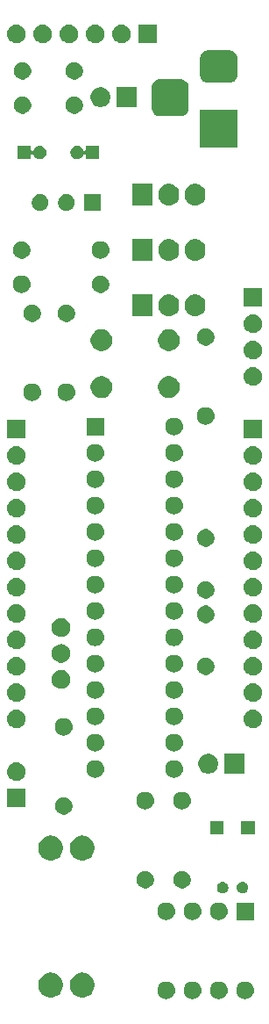
<source format=gbs>
G04 #@! TF.GenerationSoftware,KiCad,Pcbnew,5.0.2-bee76a0~70~ubuntu16.04.1*
G04 #@! TF.CreationDate,2020-05-09T17:59:02-07:00*
G04 #@! TF.ProjectId,sunrise-board,73756e72-6973-4652-9d62-6f6172642e6b,v1*
G04 #@! TF.SameCoordinates,Original*
G04 #@! TF.FileFunction,Soldermask,Bot*
G04 #@! TF.FilePolarity,Negative*
%FSLAX46Y46*%
G04 Gerber Fmt 4.6, Leading zero omitted, Abs format (unit mm)*
G04 Created by KiCad (PCBNEW 5.0.2-bee76a0~70~ubuntu16.04.1) date Sat 09 May 2020 05:59:02 PM PDT*
%MOMM*%
%LPD*%
G01*
G04 APERTURE LIST*
%ADD10C,0.101600*%
G04 APERTURE END LIST*
D10*
G36*
X144184787Y-142163510D02*
X144345160Y-142212160D01*
X144345162Y-142212161D01*
X144492966Y-142291163D01*
X144622517Y-142397483D01*
X144728837Y-142527034D01*
X144774027Y-142611580D01*
X144807840Y-142674840D01*
X144856490Y-142835213D01*
X144872916Y-143002000D01*
X144856490Y-143168787D01*
X144807840Y-143329160D01*
X144807839Y-143329162D01*
X144728837Y-143476966D01*
X144622517Y-143606517D01*
X144492966Y-143712837D01*
X144345162Y-143791839D01*
X144345160Y-143791840D01*
X144184787Y-143840490D01*
X144059794Y-143852800D01*
X143976206Y-143852800D01*
X143851213Y-143840490D01*
X143690840Y-143791840D01*
X143690838Y-143791839D01*
X143543034Y-143712837D01*
X143413483Y-143606517D01*
X143307163Y-143476966D01*
X143228161Y-143329162D01*
X143228160Y-143329160D01*
X143179510Y-143168787D01*
X143163084Y-143002000D01*
X143179510Y-142835213D01*
X143228160Y-142674840D01*
X143261973Y-142611580D01*
X143307163Y-142527034D01*
X143413483Y-142397483D01*
X143543034Y-142291163D01*
X143690838Y-142212161D01*
X143690840Y-142212160D01*
X143851213Y-142163510D01*
X143976206Y-142151200D01*
X144059794Y-142151200D01*
X144184787Y-142163510D01*
X144184787Y-142163510D01*
G37*
G36*
X146724787Y-142163510D02*
X146885160Y-142212160D01*
X146885162Y-142212161D01*
X147032966Y-142291163D01*
X147162517Y-142397483D01*
X147268837Y-142527034D01*
X147314027Y-142611580D01*
X147347840Y-142674840D01*
X147396490Y-142835213D01*
X147412916Y-143002000D01*
X147396490Y-143168787D01*
X147347840Y-143329160D01*
X147347839Y-143329162D01*
X147268837Y-143476966D01*
X147162517Y-143606517D01*
X147032966Y-143712837D01*
X146885162Y-143791839D01*
X146885160Y-143791840D01*
X146724787Y-143840490D01*
X146599794Y-143852800D01*
X146516206Y-143852800D01*
X146391213Y-143840490D01*
X146230840Y-143791840D01*
X146230838Y-143791839D01*
X146083034Y-143712837D01*
X145953483Y-143606517D01*
X145847163Y-143476966D01*
X145768161Y-143329162D01*
X145768160Y-143329160D01*
X145719510Y-143168787D01*
X145703084Y-143002000D01*
X145719510Y-142835213D01*
X145768160Y-142674840D01*
X145801973Y-142611580D01*
X145847163Y-142527034D01*
X145953483Y-142397483D01*
X146083034Y-142291163D01*
X146230838Y-142212161D01*
X146230840Y-142212160D01*
X146391213Y-142163510D01*
X146516206Y-142151200D01*
X146599794Y-142151200D01*
X146724787Y-142163510D01*
X146724787Y-142163510D01*
G37*
G36*
X149264787Y-142163510D02*
X149425160Y-142212160D01*
X149425162Y-142212161D01*
X149572966Y-142291163D01*
X149702517Y-142397483D01*
X149808837Y-142527034D01*
X149854027Y-142611580D01*
X149887840Y-142674840D01*
X149936490Y-142835213D01*
X149952916Y-143002000D01*
X149936490Y-143168787D01*
X149887840Y-143329160D01*
X149887839Y-143329162D01*
X149808837Y-143476966D01*
X149702517Y-143606517D01*
X149572966Y-143712837D01*
X149425162Y-143791839D01*
X149425160Y-143791840D01*
X149264787Y-143840490D01*
X149139794Y-143852800D01*
X149056206Y-143852800D01*
X148931213Y-143840490D01*
X148770840Y-143791840D01*
X148770838Y-143791839D01*
X148623034Y-143712837D01*
X148493483Y-143606517D01*
X148387163Y-143476966D01*
X148308161Y-143329162D01*
X148308160Y-143329160D01*
X148259510Y-143168787D01*
X148243084Y-143002000D01*
X148259510Y-142835213D01*
X148308160Y-142674840D01*
X148341973Y-142611580D01*
X148387163Y-142527034D01*
X148493483Y-142397483D01*
X148623034Y-142291163D01*
X148770838Y-142212161D01*
X148770840Y-142212160D01*
X148931213Y-142163510D01*
X149056206Y-142151200D01*
X149139794Y-142151200D01*
X149264787Y-142163510D01*
X149264787Y-142163510D01*
G37*
G36*
X141644787Y-142163510D02*
X141805160Y-142212160D01*
X141805162Y-142212161D01*
X141952966Y-142291163D01*
X142082517Y-142397483D01*
X142188837Y-142527034D01*
X142234027Y-142611580D01*
X142267840Y-142674840D01*
X142316490Y-142835213D01*
X142332916Y-143002000D01*
X142316490Y-143168787D01*
X142267840Y-143329160D01*
X142267839Y-143329162D01*
X142188837Y-143476966D01*
X142082517Y-143606517D01*
X141952966Y-143712837D01*
X141805162Y-143791839D01*
X141805160Y-143791840D01*
X141644787Y-143840490D01*
X141519794Y-143852800D01*
X141436206Y-143852800D01*
X141311213Y-143840490D01*
X141150840Y-143791840D01*
X141150838Y-143791839D01*
X141003034Y-143712837D01*
X140873483Y-143606517D01*
X140767163Y-143476966D01*
X140688161Y-143329162D01*
X140688160Y-143329160D01*
X140639510Y-143168787D01*
X140623084Y-143002000D01*
X140639510Y-142835213D01*
X140688160Y-142674840D01*
X140721973Y-142611580D01*
X140767163Y-142527034D01*
X140873483Y-142397483D01*
X141003034Y-142291163D01*
X141150838Y-142212161D01*
X141150840Y-142212160D01*
X141311213Y-142163510D01*
X141436206Y-142151200D01*
X141519794Y-142151200D01*
X141644787Y-142163510D01*
X141644787Y-142163510D01*
G37*
G36*
X133525239Y-141311669D02*
X133698219Y-141346077D01*
X133915476Y-141436068D01*
X133915477Y-141436069D01*
X134111006Y-141566717D01*
X134277283Y-141732994D01*
X134277285Y-141732997D01*
X134407932Y-141928524D01*
X134497923Y-142145781D01*
X134543800Y-142376421D01*
X134543800Y-142611579D01*
X134497923Y-142842219D01*
X134407932Y-143059476D01*
X134407931Y-143059477D01*
X134277283Y-143255006D01*
X134111006Y-143421283D01*
X134111003Y-143421285D01*
X133915476Y-143551932D01*
X133698219Y-143641923D01*
X133525239Y-143676331D01*
X133467580Y-143687800D01*
X133232420Y-143687800D01*
X133174761Y-143676331D01*
X133001781Y-143641923D01*
X132784524Y-143551932D01*
X132588997Y-143421285D01*
X132588994Y-143421283D01*
X132422717Y-143255006D01*
X132292069Y-143059477D01*
X132292068Y-143059476D01*
X132202077Y-142842219D01*
X132156200Y-142611579D01*
X132156200Y-142376421D01*
X132202077Y-142145781D01*
X132292068Y-141928524D01*
X132422715Y-141732997D01*
X132422717Y-141732994D01*
X132588994Y-141566717D01*
X132784523Y-141436069D01*
X132784524Y-141436068D01*
X133001781Y-141346077D01*
X133174761Y-141311669D01*
X133232420Y-141300200D01*
X133467580Y-141300200D01*
X133525239Y-141311669D01*
X133525239Y-141311669D01*
G37*
G36*
X130477239Y-141311669D02*
X130650219Y-141346077D01*
X130867476Y-141436068D01*
X130867477Y-141436069D01*
X131063006Y-141566717D01*
X131229283Y-141732994D01*
X131229285Y-141732997D01*
X131359932Y-141928524D01*
X131449923Y-142145781D01*
X131495800Y-142376421D01*
X131495800Y-142611579D01*
X131449923Y-142842219D01*
X131359932Y-143059476D01*
X131359931Y-143059477D01*
X131229283Y-143255006D01*
X131063006Y-143421283D01*
X131063003Y-143421285D01*
X130867476Y-143551932D01*
X130650219Y-143641923D01*
X130477239Y-143676331D01*
X130419580Y-143687800D01*
X130184420Y-143687800D01*
X130126761Y-143676331D01*
X129953781Y-143641923D01*
X129736524Y-143551932D01*
X129540997Y-143421285D01*
X129540994Y-143421283D01*
X129374717Y-143255006D01*
X129244069Y-143059477D01*
X129244068Y-143059476D01*
X129154077Y-142842219D01*
X129108200Y-142611579D01*
X129108200Y-142376421D01*
X129154077Y-142145781D01*
X129244068Y-141928524D01*
X129374715Y-141732997D01*
X129374717Y-141732994D01*
X129540994Y-141566717D01*
X129736523Y-141436069D01*
X129736524Y-141436068D01*
X129953781Y-141346077D01*
X130126761Y-141311669D01*
X130184420Y-141300200D01*
X130419580Y-141300200D01*
X130477239Y-141311669D01*
X130477239Y-141311669D01*
G37*
G36*
X141644787Y-134543510D02*
X141805160Y-134592160D01*
X141805162Y-134592161D01*
X141952966Y-134671163D01*
X142082517Y-134777483D01*
X142188837Y-134907034D01*
X142267839Y-135054838D01*
X142267840Y-135054840D01*
X142316490Y-135215213D01*
X142332916Y-135382000D01*
X142316490Y-135548787D01*
X142267840Y-135709160D01*
X142267839Y-135709162D01*
X142188837Y-135856966D01*
X142082517Y-135986517D01*
X141952966Y-136092837D01*
X141805162Y-136171839D01*
X141805160Y-136171840D01*
X141644787Y-136220490D01*
X141519794Y-136232800D01*
X141436206Y-136232800D01*
X141311213Y-136220490D01*
X141150840Y-136171840D01*
X141150838Y-136171839D01*
X141003034Y-136092837D01*
X140873483Y-135986517D01*
X140767163Y-135856966D01*
X140688161Y-135709162D01*
X140688160Y-135709160D01*
X140639510Y-135548787D01*
X140623084Y-135382000D01*
X140639510Y-135215213D01*
X140688160Y-135054840D01*
X140688161Y-135054838D01*
X140767163Y-134907034D01*
X140873483Y-134777483D01*
X141003034Y-134671163D01*
X141150838Y-134592161D01*
X141150840Y-134592160D01*
X141311213Y-134543510D01*
X141436206Y-134531200D01*
X141519794Y-134531200D01*
X141644787Y-134543510D01*
X141644787Y-134543510D01*
G37*
G36*
X144184787Y-134543510D02*
X144345160Y-134592160D01*
X144345162Y-134592161D01*
X144492966Y-134671163D01*
X144622517Y-134777483D01*
X144728837Y-134907034D01*
X144807839Y-135054838D01*
X144807840Y-135054840D01*
X144856490Y-135215213D01*
X144872916Y-135382000D01*
X144856490Y-135548787D01*
X144807840Y-135709160D01*
X144807839Y-135709162D01*
X144728837Y-135856966D01*
X144622517Y-135986517D01*
X144492966Y-136092837D01*
X144345162Y-136171839D01*
X144345160Y-136171840D01*
X144184787Y-136220490D01*
X144059794Y-136232800D01*
X143976206Y-136232800D01*
X143851213Y-136220490D01*
X143690840Y-136171840D01*
X143690838Y-136171839D01*
X143543034Y-136092837D01*
X143413483Y-135986517D01*
X143307163Y-135856966D01*
X143228161Y-135709162D01*
X143228160Y-135709160D01*
X143179510Y-135548787D01*
X143163084Y-135382000D01*
X143179510Y-135215213D01*
X143228160Y-135054840D01*
X143228161Y-135054838D01*
X143307163Y-134907034D01*
X143413483Y-134777483D01*
X143543034Y-134671163D01*
X143690838Y-134592161D01*
X143690840Y-134592160D01*
X143851213Y-134543510D01*
X143976206Y-134531200D01*
X144059794Y-134531200D01*
X144184787Y-134543510D01*
X144184787Y-134543510D01*
G37*
G36*
X146724787Y-134543510D02*
X146885160Y-134592160D01*
X146885162Y-134592161D01*
X147032966Y-134671163D01*
X147162517Y-134777483D01*
X147268837Y-134907034D01*
X147347839Y-135054838D01*
X147347840Y-135054840D01*
X147396490Y-135215213D01*
X147412916Y-135382000D01*
X147396490Y-135548787D01*
X147347840Y-135709160D01*
X147347839Y-135709162D01*
X147268837Y-135856966D01*
X147162517Y-135986517D01*
X147032966Y-136092837D01*
X146885162Y-136171839D01*
X146885160Y-136171840D01*
X146724787Y-136220490D01*
X146599794Y-136232800D01*
X146516206Y-136232800D01*
X146391213Y-136220490D01*
X146230840Y-136171840D01*
X146230838Y-136171839D01*
X146083034Y-136092837D01*
X145953483Y-135986517D01*
X145847163Y-135856966D01*
X145768161Y-135709162D01*
X145768160Y-135709160D01*
X145719510Y-135548787D01*
X145703084Y-135382000D01*
X145719510Y-135215213D01*
X145768160Y-135054840D01*
X145768161Y-135054838D01*
X145847163Y-134907034D01*
X145953483Y-134777483D01*
X146083034Y-134671163D01*
X146230838Y-134592161D01*
X146230840Y-134592160D01*
X146391213Y-134543510D01*
X146516206Y-134531200D01*
X146599794Y-134531200D01*
X146724787Y-134543510D01*
X146724787Y-134543510D01*
G37*
G36*
X149948800Y-136232800D02*
X148247200Y-136232800D01*
X148247200Y-134531200D01*
X149948800Y-134531200D01*
X149948800Y-136232800D01*
X149948800Y-136232800D01*
G37*
G36*
X148933720Y-132552256D02*
X149004662Y-132566367D01*
X149104902Y-132607887D01*
X149194706Y-132667893D01*
X149195117Y-132668168D01*
X149271832Y-132744883D01*
X149271834Y-132744886D01*
X149332113Y-132835098D01*
X149373633Y-132935338D01*
X149394800Y-133041751D01*
X149394800Y-133150249D01*
X149373633Y-133256662D01*
X149332113Y-133356902D01*
X149272107Y-133446706D01*
X149271832Y-133447117D01*
X149195117Y-133523832D01*
X149195114Y-133523834D01*
X149104902Y-133584113D01*
X149004662Y-133625633D01*
X148933720Y-133639744D01*
X148898250Y-133646800D01*
X148789750Y-133646800D01*
X148754280Y-133639744D01*
X148683338Y-133625633D01*
X148583098Y-133584113D01*
X148492886Y-133523834D01*
X148492883Y-133523832D01*
X148416168Y-133447117D01*
X148415893Y-133446706D01*
X148355887Y-133356902D01*
X148314367Y-133256662D01*
X148293200Y-133150249D01*
X148293200Y-133041751D01*
X148314367Y-132935338D01*
X148355887Y-132835098D01*
X148416166Y-132744886D01*
X148416168Y-132744883D01*
X148492883Y-132668168D01*
X148493294Y-132667893D01*
X148583098Y-132607887D01*
X148683338Y-132566367D01*
X148754280Y-132552256D01*
X148789750Y-132545200D01*
X148898250Y-132545200D01*
X148933720Y-132552256D01*
X148933720Y-132552256D01*
G37*
G36*
X147033720Y-132552256D02*
X147104662Y-132566367D01*
X147204902Y-132607887D01*
X147294706Y-132667893D01*
X147295117Y-132668168D01*
X147371832Y-132744883D01*
X147371834Y-132744886D01*
X147432113Y-132835098D01*
X147473633Y-132935338D01*
X147494800Y-133041751D01*
X147494800Y-133150249D01*
X147473633Y-133256662D01*
X147432113Y-133356902D01*
X147372107Y-133446706D01*
X147371832Y-133447117D01*
X147295117Y-133523832D01*
X147295114Y-133523834D01*
X147204902Y-133584113D01*
X147104662Y-133625633D01*
X147033720Y-133639744D01*
X146998250Y-133646800D01*
X146889750Y-133646800D01*
X146854280Y-133639744D01*
X146783338Y-133625633D01*
X146683098Y-133584113D01*
X146592886Y-133523834D01*
X146592883Y-133523832D01*
X146516168Y-133447117D01*
X146515893Y-133446706D01*
X146455887Y-133356902D01*
X146414367Y-133256662D01*
X146393200Y-133150249D01*
X146393200Y-133041751D01*
X146414367Y-132935338D01*
X146455887Y-132835098D01*
X146516166Y-132744886D01*
X146516168Y-132744883D01*
X146592883Y-132668168D01*
X146593294Y-132667893D01*
X146683098Y-132607887D01*
X146783338Y-132566367D01*
X146854280Y-132552256D01*
X146889750Y-132545200D01*
X146998250Y-132545200D01*
X147033720Y-132552256D01*
X147033720Y-132552256D01*
G37*
G36*
X139694169Y-131515895D02*
X139849005Y-131580031D01*
X139988354Y-131673140D01*
X140106860Y-131791646D01*
X140199969Y-131930995D01*
X140264105Y-132085831D01*
X140296800Y-132250203D01*
X140296800Y-132417797D01*
X140264105Y-132582169D01*
X140199969Y-132737005D01*
X140106860Y-132876354D01*
X139988354Y-132994860D01*
X139849005Y-133087969D01*
X139694169Y-133152105D01*
X139529797Y-133184800D01*
X139362203Y-133184800D01*
X139197831Y-133152105D01*
X139042995Y-133087969D01*
X138903646Y-132994860D01*
X138785140Y-132876354D01*
X138692031Y-132737005D01*
X138627895Y-132582169D01*
X138595200Y-132417797D01*
X138595200Y-132250203D01*
X138627895Y-132085831D01*
X138692031Y-131930995D01*
X138785140Y-131791646D01*
X138903646Y-131673140D01*
X139042995Y-131580031D01*
X139197831Y-131515895D01*
X139362203Y-131483200D01*
X139529797Y-131483200D01*
X139694169Y-131515895D01*
X139694169Y-131515895D01*
G37*
G36*
X143250169Y-131515895D02*
X143405005Y-131580031D01*
X143544354Y-131673140D01*
X143662860Y-131791646D01*
X143755969Y-131930995D01*
X143820105Y-132085831D01*
X143852800Y-132250203D01*
X143852800Y-132417797D01*
X143820105Y-132582169D01*
X143755969Y-132737005D01*
X143662860Y-132876354D01*
X143544354Y-132994860D01*
X143405005Y-133087969D01*
X143250169Y-133152105D01*
X143085797Y-133184800D01*
X142918203Y-133184800D01*
X142753831Y-133152105D01*
X142598995Y-133087969D01*
X142459646Y-132994860D01*
X142341140Y-132876354D01*
X142248031Y-132737005D01*
X142183895Y-132582169D01*
X142151200Y-132417797D01*
X142151200Y-132250203D01*
X142183895Y-132085831D01*
X142248031Y-131930995D01*
X142341140Y-131791646D01*
X142459646Y-131673140D01*
X142598995Y-131580031D01*
X142753831Y-131515895D01*
X142918203Y-131483200D01*
X143085797Y-131483200D01*
X143250169Y-131515895D01*
X143250169Y-131515895D01*
G37*
G36*
X130477239Y-128103669D02*
X130650219Y-128138077D01*
X130867476Y-128228068D01*
X130867477Y-128228069D01*
X131063006Y-128358717D01*
X131229283Y-128524994D01*
X131229285Y-128524997D01*
X131359932Y-128720524D01*
X131449923Y-128937781D01*
X131495800Y-129168421D01*
X131495800Y-129403579D01*
X131449923Y-129634219D01*
X131359932Y-129851476D01*
X131359931Y-129851477D01*
X131229283Y-130047006D01*
X131063006Y-130213283D01*
X131063003Y-130213285D01*
X130867476Y-130343932D01*
X130650219Y-130433923D01*
X130477239Y-130468331D01*
X130419580Y-130479800D01*
X130184420Y-130479800D01*
X130126761Y-130468331D01*
X129953781Y-130433923D01*
X129736524Y-130343932D01*
X129540997Y-130213285D01*
X129540994Y-130213283D01*
X129374717Y-130047006D01*
X129244069Y-129851477D01*
X129244068Y-129851476D01*
X129154077Y-129634219D01*
X129108200Y-129403579D01*
X129108200Y-129168421D01*
X129154077Y-128937781D01*
X129244068Y-128720524D01*
X129374715Y-128524997D01*
X129374717Y-128524994D01*
X129540994Y-128358717D01*
X129736523Y-128228069D01*
X129736524Y-128228068D01*
X129953781Y-128138077D01*
X130126761Y-128103669D01*
X130184420Y-128092200D01*
X130419580Y-128092200D01*
X130477239Y-128103669D01*
X130477239Y-128103669D01*
G37*
G36*
X133525239Y-128103669D02*
X133698219Y-128138077D01*
X133915476Y-128228068D01*
X133915477Y-128228069D01*
X134111006Y-128358717D01*
X134277283Y-128524994D01*
X134277285Y-128524997D01*
X134407932Y-128720524D01*
X134497923Y-128937781D01*
X134543800Y-129168421D01*
X134543800Y-129403579D01*
X134497923Y-129634219D01*
X134407932Y-129851476D01*
X134407931Y-129851477D01*
X134277283Y-130047006D01*
X134111006Y-130213283D01*
X134111003Y-130213285D01*
X133915476Y-130343932D01*
X133698219Y-130433923D01*
X133525239Y-130468331D01*
X133467580Y-130479800D01*
X133232420Y-130479800D01*
X133174761Y-130468331D01*
X133001781Y-130433923D01*
X132784524Y-130343932D01*
X132588997Y-130213285D01*
X132588994Y-130213283D01*
X132422717Y-130047006D01*
X132292069Y-129851477D01*
X132292068Y-129851476D01*
X132202077Y-129634219D01*
X132156200Y-129403579D01*
X132156200Y-129168421D01*
X132202077Y-128937781D01*
X132292068Y-128720524D01*
X132422715Y-128524997D01*
X132422717Y-128524994D01*
X132588994Y-128358717D01*
X132784523Y-128228069D01*
X132784524Y-128228068D01*
X133001781Y-128138077D01*
X133174761Y-128103669D01*
X133232420Y-128092200D01*
X133467580Y-128092200D01*
X133525239Y-128103669D01*
X133525239Y-128103669D01*
G37*
G36*
X150044800Y-127996800D02*
X148743200Y-127996800D01*
X148743200Y-126695200D01*
X150044800Y-126695200D01*
X150044800Y-127996800D01*
X150044800Y-127996800D01*
G37*
G36*
X147044800Y-127996800D02*
X145743200Y-127996800D01*
X145743200Y-126695200D01*
X147044800Y-126695200D01*
X147044800Y-127996800D01*
X147044800Y-127996800D01*
G37*
G36*
X131820169Y-124403895D02*
X131975005Y-124468031D01*
X132114354Y-124561140D01*
X132232860Y-124679646D01*
X132325969Y-124818995D01*
X132390105Y-124973831D01*
X132422800Y-125138203D01*
X132422800Y-125305797D01*
X132390105Y-125470169D01*
X132325969Y-125625005D01*
X132232860Y-125764354D01*
X132114354Y-125882860D01*
X131975005Y-125975969D01*
X131820169Y-126040105D01*
X131655797Y-126072800D01*
X131488203Y-126072800D01*
X131323831Y-126040105D01*
X131168995Y-125975969D01*
X131029646Y-125882860D01*
X130911140Y-125764354D01*
X130818031Y-125625005D01*
X130753895Y-125470169D01*
X130721200Y-125305797D01*
X130721200Y-125138203D01*
X130753895Y-124973831D01*
X130818031Y-124818995D01*
X130911140Y-124679646D01*
X131029646Y-124561140D01*
X131168995Y-124468031D01*
X131323831Y-124403895D01*
X131488203Y-124371200D01*
X131655797Y-124371200D01*
X131820169Y-124403895D01*
X131820169Y-124403895D01*
G37*
G36*
X143168787Y-123875510D02*
X143329160Y-123924160D01*
X143329162Y-123924161D01*
X143476966Y-124003163D01*
X143606517Y-124109483D01*
X143712837Y-124239034D01*
X143783480Y-124371200D01*
X143791840Y-124386840D01*
X143840490Y-124547213D01*
X143856916Y-124714000D01*
X143840490Y-124880787D01*
X143791840Y-125041160D01*
X143791839Y-125041162D01*
X143712837Y-125188966D01*
X143606517Y-125318517D01*
X143476966Y-125424837D01*
X143329162Y-125503839D01*
X143329160Y-125503840D01*
X143168787Y-125552490D01*
X143043794Y-125564800D01*
X142960206Y-125564800D01*
X142835213Y-125552490D01*
X142674840Y-125503840D01*
X142674838Y-125503839D01*
X142527034Y-125424837D01*
X142397483Y-125318517D01*
X142291163Y-125188966D01*
X142212161Y-125041162D01*
X142212160Y-125041160D01*
X142163510Y-124880787D01*
X142147084Y-124714000D01*
X142163510Y-124547213D01*
X142212160Y-124386840D01*
X142220520Y-124371200D01*
X142291163Y-124239034D01*
X142397483Y-124109483D01*
X142527034Y-124003163D01*
X142674838Y-123924161D01*
X142674840Y-123924160D01*
X142835213Y-123875510D01*
X142960206Y-123863200D01*
X143043794Y-123863200D01*
X143168787Y-123875510D01*
X143168787Y-123875510D01*
G37*
G36*
X139612787Y-123875510D02*
X139773160Y-123924160D01*
X139773162Y-123924161D01*
X139920966Y-124003163D01*
X140050517Y-124109483D01*
X140156837Y-124239034D01*
X140227480Y-124371200D01*
X140235840Y-124386840D01*
X140284490Y-124547213D01*
X140300916Y-124714000D01*
X140284490Y-124880787D01*
X140235840Y-125041160D01*
X140235839Y-125041162D01*
X140156837Y-125188966D01*
X140050517Y-125318517D01*
X139920966Y-125424837D01*
X139773162Y-125503839D01*
X139773160Y-125503840D01*
X139612787Y-125552490D01*
X139487794Y-125564800D01*
X139404206Y-125564800D01*
X139279213Y-125552490D01*
X139118840Y-125503840D01*
X139118838Y-125503839D01*
X138971034Y-125424837D01*
X138841483Y-125318517D01*
X138735163Y-125188966D01*
X138656161Y-125041162D01*
X138656160Y-125041160D01*
X138607510Y-124880787D01*
X138591084Y-124714000D01*
X138607510Y-124547213D01*
X138656160Y-124386840D01*
X138664520Y-124371200D01*
X138735163Y-124239034D01*
X138841483Y-124109483D01*
X138971034Y-124003163D01*
X139118838Y-123924161D01*
X139118840Y-123924160D01*
X139279213Y-123875510D01*
X139404206Y-123863200D01*
X139487794Y-123863200D01*
X139612787Y-123875510D01*
X139612787Y-123875510D01*
G37*
G36*
X127900800Y-125360800D02*
X126099200Y-125360800D01*
X126099200Y-123559200D01*
X127900800Y-123559200D01*
X127900800Y-125360800D01*
X127900800Y-125360800D01*
G37*
G36*
X127088362Y-121023545D02*
X127176588Y-121032234D01*
X127282476Y-121064355D01*
X127346390Y-121083743D01*
X127484980Y-121157822D01*
X127502879Y-121167389D01*
X127531688Y-121191032D01*
X127640044Y-121279956D01*
X127723288Y-121381391D01*
X127752611Y-121417121D01*
X127752612Y-121417123D01*
X127836257Y-121573610D01*
X127846802Y-121608373D01*
X127887766Y-121743412D01*
X127905158Y-121920000D01*
X127887766Y-122096588D01*
X127884061Y-122108800D01*
X127836257Y-122266390D01*
X127834051Y-122270517D01*
X127752611Y-122422879D01*
X127723288Y-122458609D01*
X127640044Y-122560044D01*
X127538609Y-122643288D01*
X127502879Y-122672611D01*
X127502877Y-122672612D01*
X127346390Y-122756257D01*
X127289789Y-122773427D01*
X127176588Y-122807766D01*
X127088362Y-122816455D01*
X127044250Y-122820800D01*
X126955750Y-122820800D01*
X126911638Y-122816455D01*
X126823412Y-122807766D01*
X126710211Y-122773427D01*
X126653610Y-122756257D01*
X126497123Y-122672612D01*
X126497121Y-122672611D01*
X126461391Y-122643288D01*
X126359956Y-122560044D01*
X126276712Y-122458609D01*
X126247389Y-122422879D01*
X126165949Y-122270517D01*
X126163743Y-122266390D01*
X126115939Y-122108800D01*
X126112234Y-122096588D01*
X126094842Y-121920000D01*
X126112234Y-121743412D01*
X126153198Y-121608373D01*
X126163743Y-121573610D01*
X126247388Y-121417123D01*
X126247389Y-121417121D01*
X126276712Y-121381391D01*
X126359956Y-121279956D01*
X126468312Y-121191032D01*
X126497121Y-121167389D01*
X126515020Y-121157822D01*
X126653610Y-121083743D01*
X126717524Y-121064355D01*
X126823412Y-121032234D01*
X126911638Y-121023545D01*
X126955750Y-121019200D01*
X127044250Y-121019200D01*
X127088362Y-121023545D01*
X127088362Y-121023545D01*
G37*
G36*
X134786787Y-120827510D02*
X134947160Y-120876160D01*
X134947162Y-120876161D01*
X135094966Y-120955163D01*
X135224517Y-121061483D01*
X135330837Y-121191034D01*
X135409839Y-121338838D01*
X135409840Y-121338840D01*
X135458490Y-121499213D01*
X135474916Y-121666000D01*
X135458490Y-121832787D01*
X135432033Y-121920000D01*
X135409839Y-121993162D01*
X135330837Y-122140966D01*
X135224517Y-122270517D01*
X135094966Y-122376837D01*
X134947162Y-122455839D01*
X134947160Y-122455840D01*
X134786787Y-122504490D01*
X134661794Y-122516800D01*
X134578206Y-122516800D01*
X134453213Y-122504490D01*
X134292840Y-122455840D01*
X134292838Y-122455839D01*
X134145034Y-122376837D01*
X134015483Y-122270517D01*
X133909163Y-122140966D01*
X133830161Y-121993162D01*
X133807967Y-121920000D01*
X133781510Y-121832787D01*
X133765084Y-121666000D01*
X133781510Y-121499213D01*
X133830160Y-121338840D01*
X133830161Y-121338838D01*
X133909163Y-121191034D01*
X134015483Y-121061483D01*
X134145034Y-120955163D01*
X134292838Y-120876161D01*
X134292840Y-120876160D01*
X134453213Y-120827510D01*
X134578206Y-120815200D01*
X134661794Y-120815200D01*
X134786787Y-120827510D01*
X134786787Y-120827510D01*
G37*
G36*
X142406787Y-120827510D02*
X142567160Y-120876160D01*
X142567162Y-120876161D01*
X142714966Y-120955163D01*
X142844517Y-121061483D01*
X142950837Y-121191034D01*
X143029839Y-121338838D01*
X143029840Y-121338840D01*
X143078490Y-121499213D01*
X143094916Y-121666000D01*
X143078490Y-121832787D01*
X143052033Y-121920000D01*
X143029839Y-121993162D01*
X142950837Y-122140966D01*
X142844517Y-122270517D01*
X142714966Y-122376837D01*
X142567162Y-122455839D01*
X142567160Y-122455840D01*
X142406787Y-122504490D01*
X142281794Y-122516800D01*
X142198206Y-122516800D01*
X142073213Y-122504490D01*
X141912840Y-122455840D01*
X141912838Y-122455839D01*
X141765034Y-122376837D01*
X141635483Y-122270517D01*
X141529163Y-122140966D01*
X141450161Y-121993162D01*
X141427967Y-121920000D01*
X141401510Y-121832787D01*
X141385084Y-121666000D01*
X141401510Y-121499213D01*
X141450160Y-121338840D01*
X141450161Y-121338838D01*
X141529163Y-121191034D01*
X141635483Y-121061483D01*
X141765034Y-120955163D01*
X141912838Y-120876161D01*
X141912840Y-120876160D01*
X142073213Y-120827510D01*
X142198206Y-120815200D01*
X142281794Y-120815200D01*
X142406787Y-120827510D01*
X142406787Y-120827510D01*
G37*
G36*
X149032800Y-122108800D02*
X147131200Y-122108800D01*
X147131200Y-120207200D01*
X149032800Y-120207200D01*
X149032800Y-122108800D01*
X149032800Y-122108800D01*
G37*
G36*
X145819338Y-120243738D02*
X145992373Y-120315412D01*
X146148100Y-120419465D01*
X146280535Y-120551900D01*
X146384588Y-120707627D01*
X146456262Y-120880662D01*
X146492800Y-121064354D01*
X146492800Y-121251646D01*
X146456262Y-121435338D01*
X146384588Y-121608373D01*
X146280535Y-121764100D01*
X146148100Y-121896535D01*
X145992373Y-122000588D01*
X145819338Y-122072262D01*
X145635646Y-122108800D01*
X145448354Y-122108800D01*
X145264662Y-122072262D01*
X145091627Y-122000588D01*
X144935900Y-121896535D01*
X144803465Y-121764100D01*
X144699412Y-121608373D01*
X144627738Y-121435338D01*
X144591200Y-121251646D01*
X144591200Y-121064354D01*
X144627738Y-120880662D01*
X144699412Y-120707627D01*
X144803465Y-120551900D01*
X144935900Y-120419465D01*
X145091627Y-120315412D01*
X145264662Y-120243738D01*
X145448354Y-120207200D01*
X145635646Y-120207200D01*
X145819338Y-120243738D01*
X145819338Y-120243738D01*
G37*
G36*
X142406787Y-118287510D02*
X142567160Y-118336160D01*
X142567162Y-118336161D01*
X142714966Y-118415163D01*
X142844517Y-118521483D01*
X142950837Y-118651034D01*
X143029839Y-118798838D01*
X143029840Y-118798840D01*
X143078490Y-118959213D01*
X143094916Y-119126000D01*
X143078490Y-119292787D01*
X143029840Y-119453160D01*
X143029839Y-119453162D01*
X142950837Y-119600966D01*
X142844517Y-119730517D01*
X142714966Y-119836837D01*
X142567162Y-119915839D01*
X142567160Y-119915840D01*
X142406787Y-119964490D01*
X142281794Y-119976800D01*
X142198206Y-119976800D01*
X142073213Y-119964490D01*
X141912840Y-119915840D01*
X141912838Y-119915839D01*
X141765034Y-119836837D01*
X141635483Y-119730517D01*
X141529163Y-119600966D01*
X141450161Y-119453162D01*
X141450160Y-119453160D01*
X141401510Y-119292787D01*
X141385084Y-119126000D01*
X141401510Y-118959213D01*
X141450160Y-118798840D01*
X141450161Y-118798838D01*
X141529163Y-118651034D01*
X141635483Y-118521483D01*
X141765034Y-118415163D01*
X141912838Y-118336161D01*
X141912840Y-118336160D01*
X142073213Y-118287510D01*
X142198206Y-118275200D01*
X142281794Y-118275200D01*
X142406787Y-118287510D01*
X142406787Y-118287510D01*
G37*
G36*
X134786787Y-118287510D02*
X134947160Y-118336160D01*
X134947162Y-118336161D01*
X135094966Y-118415163D01*
X135224517Y-118521483D01*
X135330837Y-118651034D01*
X135409839Y-118798838D01*
X135409840Y-118798840D01*
X135458490Y-118959213D01*
X135474916Y-119126000D01*
X135458490Y-119292787D01*
X135409840Y-119453160D01*
X135409839Y-119453162D01*
X135330837Y-119600966D01*
X135224517Y-119730517D01*
X135094966Y-119836837D01*
X134947162Y-119915839D01*
X134947160Y-119915840D01*
X134786787Y-119964490D01*
X134661794Y-119976800D01*
X134578206Y-119976800D01*
X134453213Y-119964490D01*
X134292840Y-119915840D01*
X134292838Y-119915839D01*
X134145034Y-119836837D01*
X134015483Y-119730517D01*
X133909163Y-119600966D01*
X133830161Y-119453162D01*
X133830160Y-119453160D01*
X133781510Y-119292787D01*
X133765084Y-119126000D01*
X133781510Y-118959213D01*
X133830160Y-118798840D01*
X133830161Y-118798838D01*
X133909163Y-118651034D01*
X134015483Y-118521483D01*
X134145034Y-118415163D01*
X134292838Y-118336161D01*
X134292840Y-118336160D01*
X134453213Y-118287510D01*
X134578206Y-118275200D01*
X134661794Y-118275200D01*
X134786787Y-118287510D01*
X134786787Y-118287510D01*
G37*
G36*
X131738787Y-116763510D02*
X131899160Y-116812160D01*
X131899162Y-116812161D01*
X132046966Y-116891163D01*
X132176517Y-116997483D01*
X132282837Y-117127034D01*
X132361839Y-117274838D01*
X132361840Y-117274840D01*
X132410490Y-117435213D01*
X132426916Y-117602000D01*
X132410490Y-117768787D01*
X132361840Y-117929160D01*
X132361839Y-117929162D01*
X132282837Y-118076966D01*
X132176517Y-118206517D01*
X132046966Y-118312837D01*
X131899162Y-118391839D01*
X131899160Y-118391840D01*
X131738787Y-118440490D01*
X131613794Y-118452800D01*
X131530206Y-118452800D01*
X131405213Y-118440490D01*
X131244840Y-118391840D01*
X131244838Y-118391839D01*
X131097034Y-118312837D01*
X130967483Y-118206517D01*
X130861163Y-118076966D01*
X130782161Y-117929162D01*
X130782160Y-117929160D01*
X130733510Y-117768787D01*
X130717084Y-117602000D01*
X130733510Y-117435213D01*
X130782160Y-117274840D01*
X130782161Y-117274838D01*
X130861163Y-117127034D01*
X130967483Y-116997483D01*
X131097034Y-116891163D01*
X131244838Y-116812161D01*
X131244840Y-116812160D01*
X131405213Y-116763510D01*
X131530206Y-116751200D01*
X131613794Y-116751200D01*
X131738787Y-116763510D01*
X131738787Y-116763510D01*
G37*
G36*
X149948362Y-115943545D02*
X150036588Y-115952234D01*
X150133008Y-115981483D01*
X150206390Y-116003743D01*
X150344980Y-116077822D01*
X150362879Y-116087389D01*
X150391688Y-116111032D01*
X150500044Y-116199956D01*
X150583288Y-116301391D01*
X150612611Y-116337121D01*
X150612612Y-116337123D01*
X150696257Y-116493610D01*
X150696257Y-116493611D01*
X150747766Y-116663412D01*
X150765158Y-116840000D01*
X150747766Y-117016588D01*
X150734304Y-117060966D01*
X150696257Y-117186390D01*
X150694051Y-117190517D01*
X150612611Y-117342879D01*
X150583288Y-117378609D01*
X150500044Y-117480044D01*
X150398609Y-117563288D01*
X150362879Y-117592611D01*
X150362877Y-117592612D01*
X150206390Y-117676257D01*
X150149789Y-117693427D01*
X150036588Y-117727766D01*
X149948362Y-117736455D01*
X149904250Y-117740800D01*
X149815750Y-117740800D01*
X149771638Y-117736455D01*
X149683412Y-117727766D01*
X149570211Y-117693427D01*
X149513610Y-117676257D01*
X149357123Y-117592612D01*
X149357121Y-117592611D01*
X149321391Y-117563288D01*
X149219956Y-117480044D01*
X149136712Y-117378609D01*
X149107389Y-117342879D01*
X149025949Y-117190517D01*
X149023743Y-117186390D01*
X148985696Y-117060966D01*
X148972234Y-117016588D01*
X148954842Y-116840000D01*
X148972234Y-116663412D01*
X149023743Y-116493611D01*
X149023743Y-116493610D01*
X149107388Y-116337123D01*
X149107389Y-116337121D01*
X149136712Y-116301391D01*
X149219956Y-116199956D01*
X149328312Y-116111032D01*
X149357121Y-116087389D01*
X149375020Y-116077822D01*
X149513610Y-116003743D01*
X149586992Y-115981483D01*
X149683412Y-115952234D01*
X149771638Y-115943545D01*
X149815750Y-115939200D01*
X149904250Y-115939200D01*
X149948362Y-115943545D01*
X149948362Y-115943545D01*
G37*
G36*
X127088362Y-115943545D02*
X127176588Y-115952234D01*
X127273008Y-115981483D01*
X127346390Y-116003743D01*
X127484980Y-116077822D01*
X127502879Y-116087389D01*
X127531688Y-116111032D01*
X127640044Y-116199956D01*
X127723288Y-116301391D01*
X127752611Y-116337121D01*
X127752612Y-116337123D01*
X127836257Y-116493610D01*
X127836257Y-116493611D01*
X127887766Y-116663412D01*
X127905158Y-116840000D01*
X127887766Y-117016588D01*
X127874304Y-117060966D01*
X127836257Y-117186390D01*
X127834051Y-117190517D01*
X127752611Y-117342879D01*
X127723288Y-117378609D01*
X127640044Y-117480044D01*
X127538609Y-117563288D01*
X127502879Y-117592611D01*
X127502877Y-117592612D01*
X127346390Y-117676257D01*
X127289789Y-117693427D01*
X127176588Y-117727766D01*
X127088362Y-117736455D01*
X127044250Y-117740800D01*
X126955750Y-117740800D01*
X126911638Y-117736455D01*
X126823412Y-117727766D01*
X126710211Y-117693427D01*
X126653610Y-117676257D01*
X126497123Y-117592612D01*
X126497121Y-117592611D01*
X126461391Y-117563288D01*
X126359956Y-117480044D01*
X126276712Y-117378609D01*
X126247389Y-117342879D01*
X126165949Y-117190517D01*
X126163743Y-117186390D01*
X126125696Y-117060966D01*
X126112234Y-117016588D01*
X126094842Y-116840000D01*
X126112234Y-116663412D01*
X126163743Y-116493611D01*
X126163743Y-116493610D01*
X126247388Y-116337123D01*
X126247389Y-116337121D01*
X126276712Y-116301391D01*
X126359956Y-116199956D01*
X126468312Y-116111032D01*
X126497121Y-116087389D01*
X126515020Y-116077822D01*
X126653610Y-116003743D01*
X126726992Y-115981483D01*
X126823412Y-115952234D01*
X126911638Y-115943545D01*
X126955750Y-115939200D01*
X127044250Y-115939200D01*
X127088362Y-115943545D01*
X127088362Y-115943545D01*
G37*
G36*
X142406787Y-115747510D02*
X142567160Y-115796160D01*
X142567162Y-115796161D01*
X142714966Y-115875163D01*
X142844517Y-115981483D01*
X142950837Y-116111034D01*
X143029839Y-116258838D01*
X143029840Y-116258840D01*
X143078490Y-116419213D01*
X143094916Y-116586000D01*
X143078490Y-116752787D01*
X143036512Y-116891165D01*
X143029839Y-116913162D01*
X142950837Y-117060966D01*
X142844517Y-117190517D01*
X142714966Y-117296837D01*
X142567162Y-117375839D01*
X142567160Y-117375840D01*
X142406787Y-117424490D01*
X142281794Y-117436800D01*
X142198206Y-117436800D01*
X142073213Y-117424490D01*
X141912840Y-117375840D01*
X141912838Y-117375839D01*
X141765034Y-117296837D01*
X141635483Y-117190517D01*
X141529163Y-117060966D01*
X141450161Y-116913162D01*
X141443488Y-116891165D01*
X141401510Y-116752787D01*
X141385084Y-116586000D01*
X141401510Y-116419213D01*
X141450160Y-116258840D01*
X141450161Y-116258838D01*
X141529163Y-116111034D01*
X141635483Y-115981483D01*
X141765034Y-115875163D01*
X141912838Y-115796161D01*
X141912840Y-115796160D01*
X142073213Y-115747510D01*
X142198206Y-115735200D01*
X142281794Y-115735200D01*
X142406787Y-115747510D01*
X142406787Y-115747510D01*
G37*
G36*
X134786787Y-115747510D02*
X134947160Y-115796160D01*
X134947162Y-115796161D01*
X135094966Y-115875163D01*
X135224517Y-115981483D01*
X135330837Y-116111034D01*
X135409839Y-116258838D01*
X135409840Y-116258840D01*
X135458490Y-116419213D01*
X135474916Y-116586000D01*
X135458490Y-116752787D01*
X135416512Y-116891165D01*
X135409839Y-116913162D01*
X135330837Y-117060966D01*
X135224517Y-117190517D01*
X135094966Y-117296837D01*
X134947162Y-117375839D01*
X134947160Y-117375840D01*
X134786787Y-117424490D01*
X134661794Y-117436800D01*
X134578206Y-117436800D01*
X134453213Y-117424490D01*
X134292840Y-117375840D01*
X134292838Y-117375839D01*
X134145034Y-117296837D01*
X134015483Y-117190517D01*
X133909163Y-117060966D01*
X133830161Y-116913162D01*
X133823488Y-116891165D01*
X133781510Y-116752787D01*
X133765084Y-116586000D01*
X133781510Y-116419213D01*
X133830160Y-116258840D01*
X133830161Y-116258838D01*
X133909163Y-116111034D01*
X134015483Y-115981483D01*
X134145034Y-115875163D01*
X134292838Y-115796161D01*
X134292840Y-115796160D01*
X134453213Y-115747510D01*
X134578206Y-115735200D01*
X134661794Y-115735200D01*
X134786787Y-115747510D01*
X134786787Y-115747510D01*
G37*
G36*
X127088362Y-113403545D02*
X127176588Y-113412234D01*
X127273008Y-113441483D01*
X127346390Y-113463743D01*
X127484980Y-113537822D01*
X127502879Y-113547389D01*
X127531688Y-113571032D01*
X127640044Y-113659956D01*
X127723288Y-113761391D01*
X127752611Y-113797121D01*
X127752612Y-113797123D01*
X127836257Y-113953610D01*
X127836257Y-113953611D01*
X127887766Y-114123412D01*
X127905158Y-114300000D01*
X127887766Y-114476588D01*
X127874304Y-114520966D01*
X127836257Y-114646390D01*
X127834051Y-114650517D01*
X127752611Y-114802879D01*
X127723288Y-114838609D01*
X127640044Y-114940044D01*
X127538609Y-115023288D01*
X127502879Y-115052611D01*
X127502877Y-115052612D01*
X127346390Y-115136257D01*
X127289789Y-115153427D01*
X127176588Y-115187766D01*
X127088362Y-115196455D01*
X127044250Y-115200800D01*
X126955750Y-115200800D01*
X126911638Y-115196455D01*
X126823412Y-115187766D01*
X126710211Y-115153427D01*
X126653610Y-115136257D01*
X126497123Y-115052612D01*
X126497121Y-115052611D01*
X126461391Y-115023288D01*
X126359956Y-114940044D01*
X126276712Y-114838609D01*
X126247389Y-114802879D01*
X126165949Y-114650517D01*
X126163743Y-114646390D01*
X126125696Y-114520966D01*
X126112234Y-114476588D01*
X126094842Y-114300000D01*
X126112234Y-114123412D01*
X126163743Y-113953611D01*
X126163743Y-113953610D01*
X126247388Y-113797123D01*
X126247389Y-113797121D01*
X126276712Y-113761391D01*
X126359956Y-113659956D01*
X126468312Y-113571032D01*
X126497121Y-113547389D01*
X126515020Y-113537822D01*
X126653610Y-113463743D01*
X126726992Y-113441483D01*
X126823412Y-113412234D01*
X126911638Y-113403545D01*
X126955750Y-113399200D01*
X127044250Y-113399200D01*
X127088362Y-113403545D01*
X127088362Y-113403545D01*
G37*
G36*
X149948362Y-113403545D02*
X150036588Y-113412234D01*
X150133008Y-113441483D01*
X150206390Y-113463743D01*
X150344980Y-113537822D01*
X150362879Y-113547389D01*
X150391688Y-113571032D01*
X150500044Y-113659956D01*
X150583288Y-113761391D01*
X150612611Y-113797121D01*
X150612612Y-113797123D01*
X150696257Y-113953610D01*
X150696257Y-113953611D01*
X150747766Y-114123412D01*
X150765158Y-114300000D01*
X150747766Y-114476588D01*
X150734304Y-114520966D01*
X150696257Y-114646390D01*
X150694051Y-114650517D01*
X150612611Y-114802879D01*
X150583288Y-114838609D01*
X150500044Y-114940044D01*
X150398609Y-115023288D01*
X150362879Y-115052611D01*
X150362877Y-115052612D01*
X150206390Y-115136257D01*
X150149789Y-115153427D01*
X150036588Y-115187766D01*
X149948362Y-115196455D01*
X149904250Y-115200800D01*
X149815750Y-115200800D01*
X149771638Y-115196455D01*
X149683412Y-115187766D01*
X149570211Y-115153427D01*
X149513610Y-115136257D01*
X149357123Y-115052612D01*
X149357121Y-115052611D01*
X149321391Y-115023288D01*
X149219956Y-114940044D01*
X149136712Y-114838609D01*
X149107389Y-114802879D01*
X149025949Y-114650517D01*
X149023743Y-114646390D01*
X148985696Y-114520966D01*
X148972234Y-114476588D01*
X148954842Y-114300000D01*
X148972234Y-114123412D01*
X149023743Y-113953611D01*
X149023743Y-113953610D01*
X149107388Y-113797123D01*
X149107389Y-113797121D01*
X149136712Y-113761391D01*
X149219956Y-113659956D01*
X149328312Y-113571032D01*
X149357121Y-113547389D01*
X149375020Y-113537822D01*
X149513610Y-113463743D01*
X149586992Y-113441483D01*
X149683412Y-113412234D01*
X149771638Y-113403545D01*
X149815750Y-113399200D01*
X149904250Y-113399200D01*
X149948362Y-113403545D01*
X149948362Y-113403545D01*
G37*
G36*
X142406787Y-113207510D02*
X142567160Y-113256160D01*
X142567162Y-113256161D01*
X142714966Y-113335163D01*
X142844517Y-113441483D01*
X142950837Y-113571034D01*
X143029839Y-113718838D01*
X143029840Y-113718840D01*
X143078490Y-113879213D01*
X143094916Y-114046000D01*
X143078490Y-114212787D01*
X143052033Y-114300000D01*
X143029839Y-114373162D01*
X142950837Y-114520966D01*
X142844517Y-114650517D01*
X142714966Y-114756837D01*
X142567162Y-114835839D01*
X142567160Y-114835840D01*
X142406787Y-114884490D01*
X142281794Y-114896800D01*
X142198206Y-114896800D01*
X142073213Y-114884490D01*
X141912840Y-114835840D01*
X141912838Y-114835839D01*
X141765034Y-114756837D01*
X141635483Y-114650517D01*
X141529163Y-114520966D01*
X141450161Y-114373162D01*
X141427967Y-114300000D01*
X141401510Y-114212787D01*
X141385084Y-114046000D01*
X141401510Y-113879213D01*
X141450160Y-113718840D01*
X141450161Y-113718838D01*
X141529163Y-113571034D01*
X141635483Y-113441483D01*
X141765034Y-113335163D01*
X141912838Y-113256161D01*
X141912840Y-113256160D01*
X142073213Y-113207510D01*
X142198206Y-113195200D01*
X142281794Y-113195200D01*
X142406787Y-113207510D01*
X142406787Y-113207510D01*
G37*
G36*
X134786787Y-113207510D02*
X134947160Y-113256160D01*
X134947162Y-113256161D01*
X135094966Y-113335163D01*
X135224517Y-113441483D01*
X135330837Y-113571034D01*
X135409839Y-113718838D01*
X135409840Y-113718840D01*
X135458490Y-113879213D01*
X135474916Y-114046000D01*
X135458490Y-114212787D01*
X135432033Y-114300000D01*
X135409839Y-114373162D01*
X135330837Y-114520966D01*
X135224517Y-114650517D01*
X135094966Y-114756837D01*
X134947162Y-114835839D01*
X134947160Y-114835840D01*
X134786787Y-114884490D01*
X134661794Y-114896800D01*
X134578206Y-114896800D01*
X134453213Y-114884490D01*
X134292840Y-114835840D01*
X134292838Y-114835839D01*
X134145034Y-114756837D01*
X134015483Y-114650517D01*
X133909163Y-114520966D01*
X133830161Y-114373162D01*
X133807967Y-114300000D01*
X133781510Y-114212787D01*
X133765084Y-114046000D01*
X133781510Y-113879213D01*
X133830160Y-113718840D01*
X133830161Y-113718838D01*
X133909163Y-113571034D01*
X134015483Y-113441483D01*
X134145034Y-113335163D01*
X134292838Y-113256161D01*
X134292840Y-113256160D01*
X134453213Y-113207510D01*
X134578206Y-113195200D01*
X134661794Y-113195200D01*
X134786787Y-113207510D01*
X134786787Y-113207510D01*
G37*
G36*
X131450229Y-112137854D02*
X131580754Y-112163817D01*
X131744689Y-112231721D01*
X131892227Y-112330303D01*
X132017697Y-112455773D01*
X132116279Y-112603311D01*
X132184183Y-112767246D01*
X132218800Y-112941279D01*
X132218800Y-113118721D01*
X132184183Y-113292754D01*
X132116279Y-113456689D01*
X132017697Y-113604227D01*
X131892227Y-113729697D01*
X131744689Y-113828279D01*
X131580754Y-113896183D01*
X131450229Y-113922146D01*
X131406722Y-113930800D01*
X131229278Y-113930800D01*
X131185771Y-113922146D01*
X131055246Y-113896183D01*
X130891311Y-113828279D01*
X130743773Y-113729697D01*
X130618303Y-113604227D01*
X130519721Y-113456689D01*
X130451817Y-113292754D01*
X130417200Y-113118721D01*
X130417200Y-112941279D01*
X130451817Y-112767246D01*
X130519721Y-112603311D01*
X130618303Y-112455773D01*
X130743773Y-112330303D01*
X130891311Y-112231721D01*
X131055246Y-112163817D01*
X131185771Y-112137854D01*
X131229278Y-112129200D01*
X131406722Y-112129200D01*
X131450229Y-112137854D01*
X131450229Y-112137854D01*
G37*
G36*
X149948362Y-110863545D02*
X150036588Y-110872234D01*
X150133008Y-110901483D01*
X150206390Y-110923743D01*
X150344980Y-110997822D01*
X150362879Y-111007389D01*
X150391688Y-111031032D01*
X150500044Y-111119956D01*
X150580213Y-111217644D01*
X150612611Y-111257121D01*
X150612612Y-111257123D01*
X150696257Y-111413610D01*
X150696257Y-111413611D01*
X150747766Y-111583412D01*
X150765158Y-111760000D01*
X150747766Y-111936588D01*
X150726052Y-112008169D01*
X150696257Y-112106390D01*
X150665995Y-112163005D01*
X150612611Y-112262879D01*
X150583288Y-112298609D01*
X150500044Y-112400044D01*
X150398609Y-112483288D01*
X150362879Y-112512611D01*
X150362877Y-112512612D01*
X150206390Y-112596257D01*
X150158448Y-112610800D01*
X150036588Y-112647766D01*
X149948362Y-112656455D01*
X149904250Y-112660800D01*
X149815750Y-112660800D01*
X149771638Y-112656455D01*
X149683412Y-112647766D01*
X149561552Y-112610800D01*
X149513610Y-112596257D01*
X149357123Y-112512612D01*
X149357121Y-112512611D01*
X149321391Y-112483288D01*
X149219956Y-112400044D01*
X149136712Y-112298609D01*
X149107389Y-112262879D01*
X149054005Y-112163005D01*
X149023743Y-112106390D01*
X148993948Y-112008169D01*
X148972234Y-111936588D01*
X148954842Y-111760000D01*
X148972234Y-111583412D01*
X149023743Y-111413611D01*
X149023743Y-111413610D01*
X149107388Y-111257123D01*
X149107389Y-111257121D01*
X149139787Y-111217644D01*
X149219956Y-111119956D01*
X149328312Y-111031032D01*
X149357121Y-111007389D01*
X149375020Y-110997822D01*
X149513610Y-110923743D01*
X149586992Y-110901483D01*
X149683412Y-110872234D01*
X149771638Y-110863545D01*
X149815750Y-110859200D01*
X149904250Y-110859200D01*
X149948362Y-110863545D01*
X149948362Y-110863545D01*
G37*
G36*
X127088362Y-110863545D02*
X127176588Y-110872234D01*
X127273008Y-110901483D01*
X127346390Y-110923743D01*
X127484980Y-110997822D01*
X127502879Y-111007389D01*
X127531688Y-111031032D01*
X127640044Y-111119956D01*
X127720213Y-111217644D01*
X127752611Y-111257121D01*
X127752612Y-111257123D01*
X127836257Y-111413610D01*
X127836257Y-111413611D01*
X127887766Y-111583412D01*
X127905158Y-111760000D01*
X127887766Y-111936588D01*
X127866052Y-112008169D01*
X127836257Y-112106390D01*
X127805995Y-112163005D01*
X127752611Y-112262879D01*
X127723288Y-112298609D01*
X127640044Y-112400044D01*
X127538609Y-112483288D01*
X127502879Y-112512611D01*
X127502877Y-112512612D01*
X127346390Y-112596257D01*
X127298448Y-112610800D01*
X127176588Y-112647766D01*
X127088362Y-112656455D01*
X127044250Y-112660800D01*
X126955750Y-112660800D01*
X126911638Y-112656455D01*
X126823412Y-112647766D01*
X126701552Y-112610800D01*
X126653610Y-112596257D01*
X126497123Y-112512612D01*
X126497121Y-112512611D01*
X126461391Y-112483288D01*
X126359956Y-112400044D01*
X126276712Y-112298609D01*
X126247389Y-112262879D01*
X126194005Y-112163005D01*
X126163743Y-112106390D01*
X126133948Y-112008169D01*
X126112234Y-111936588D01*
X126094842Y-111760000D01*
X126112234Y-111583412D01*
X126163743Y-111413611D01*
X126163743Y-111413610D01*
X126247388Y-111257123D01*
X126247389Y-111257121D01*
X126279787Y-111217644D01*
X126359956Y-111119956D01*
X126468312Y-111031032D01*
X126497121Y-111007389D01*
X126515020Y-110997822D01*
X126653610Y-110923743D01*
X126726992Y-110901483D01*
X126823412Y-110872234D01*
X126911638Y-110863545D01*
X126955750Y-110859200D01*
X127044250Y-110859200D01*
X127088362Y-110863545D01*
X127088362Y-110863545D01*
G37*
G36*
X145536169Y-110941895D02*
X145691005Y-111006031D01*
X145830354Y-111099140D01*
X145948860Y-111217646D01*
X146041969Y-111356995D01*
X146106105Y-111511831D01*
X146138800Y-111676203D01*
X146138800Y-111843797D01*
X146106105Y-112008169D01*
X146041969Y-112163005D01*
X145948860Y-112302354D01*
X145830354Y-112420860D01*
X145691005Y-112513969D01*
X145536169Y-112578105D01*
X145371797Y-112610800D01*
X145204203Y-112610800D01*
X145039831Y-112578105D01*
X144884995Y-112513969D01*
X144745646Y-112420860D01*
X144627140Y-112302354D01*
X144534031Y-112163005D01*
X144469895Y-112008169D01*
X144437200Y-111843797D01*
X144437200Y-111676203D01*
X144469895Y-111511831D01*
X144534031Y-111356995D01*
X144627140Y-111217646D01*
X144745646Y-111099140D01*
X144884995Y-111006031D01*
X145039831Y-110941895D01*
X145204203Y-110909200D01*
X145371797Y-110909200D01*
X145536169Y-110941895D01*
X145536169Y-110941895D01*
G37*
G36*
X134786787Y-110667510D02*
X134947160Y-110716160D01*
X134947162Y-110716161D01*
X135094966Y-110795163D01*
X135224517Y-110901483D01*
X135330837Y-111031034D01*
X135409839Y-111178838D01*
X135409840Y-111178840D01*
X135458490Y-111339213D01*
X135474916Y-111506000D01*
X135458490Y-111672787D01*
X135432033Y-111760000D01*
X135409839Y-111833162D01*
X135330837Y-111980966D01*
X135224517Y-112110517D01*
X135094966Y-112216837D01*
X134947162Y-112295839D01*
X134947160Y-112295840D01*
X134786787Y-112344490D01*
X134661794Y-112356800D01*
X134578206Y-112356800D01*
X134453213Y-112344490D01*
X134292840Y-112295840D01*
X134292838Y-112295839D01*
X134145034Y-112216837D01*
X134015483Y-112110517D01*
X133909163Y-111980966D01*
X133830161Y-111833162D01*
X133807967Y-111760000D01*
X133781510Y-111672787D01*
X133765084Y-111506000D01*
X133781510Y-111339213D01*
X133830160Y-111178840D01*
X133830161Y-111178838D01*
X133909163Y-111031034D01*
X134015483Y-110901483D01*
X134145034Y-110795163D01*
X134292838Y-110716161D01*
X134292840Y-110716160D01*
X134453213Y-110667510D01*
X134578206Y-110655200D01*
X134661794Y-110655200D01*
X134786787Y-110667510D01*
X134786787Y-110667510D01*
G37*
G36*
X142406787Y-110667510D02*
X142567160Y-110716160D01*
X142567162Y-110716161D01*
X142714966Y-110795163D01*
X142844517Y-110901483D01*
X142950837Y-111031034D01*
X143029839Y-111178838D01*
X143029840Y-111178840D01*
X143078490Y-111339213D01*
X143094916Y-111506000D01*
X143078490Y-111672787D01*
X143052033Y-111760000D01*
X143029839Y-111833162D01*
X142950837Y-111980966D01*
X142844517Y-112110517D01*
X142714966Y-112216837D01*
X142567162Y-112295839D01*
X142567160Y-112295840D01*
X142406787Y-112344490D01*
X142281794Y-112356800D01*
X142198206Y-112356800D01*
X142073213Y-112344490D01*
X141912840Y-112295840D01*
X141912838Y-112295839D01*
X141765034Y-112216837D01*
X141635483Y-112110517D01*
X141529163Y-111980966D01*
X141450161Y-111833162D01*
X141427967Y-111760000D01*
X141401510Y-111672787D01*
X141385084Y-111506000D01*
X141401510Y-111339213D01*
X141450160Y-111178840D01*
X141450161Y-111178838D01*
X141529163Y-111031034D01*
X141635483Y-110901483D01*
X141765034Y-110795163D01*
X141912838Y-110716161D01*
X141912840Y-110716160D01*
X142073213Y-110667510D01*
X142198206Y-110655200D01*
X142281794Y-110655200D01*
X142406787Y-110667510D01*
X142406787Y-110667510D01*
G37*
G36*
X131450229Y-109637854D02*
X131580754Y-109663817D01*
X131744689Y-109731721D01*
X131892227Y-109830303D01*
X132017697Y-109955773D01*
X132116279Y-110103311D01*
X132184183Y-110267246D01*
X132218800Y-110441279D01*
X132218800Y-110618721D01*
X132184183Y-110792754D01*
X132116279Y-110956689D01*
X132017697Y-111104227D01*
X131892227Y-111229697D01*
X131744689Y-111328279D01*
X131580754Y-111396183D01*
X131450229Y-111422146D01*
X131406722Y-111430800D01*
X131229278Y-111430800D01*
X131185771Y-111422146D01*
X131055246Y-111396183D01*
X130891311Y-111328279D01*
X130743773Y-111229697D01*
X130618303Y-111104227D01*
X130519721Y-110956689D01*
X130451817Y-110792754D01*
X130417200Y-110618721D01*
X130417200Y-110441279D01*
X130451817Y-110267246D01*
X130519721Y-110103311D01*
X130618303Y-109955773D01*
X130743773Y-109830303D01*
X130891311Y-109731721D01*
X131055246Y-109663817D01*
X131185771Y-109637854D01*
X131229278Y-109629200D01*
X131406722Y-109629200D01*
X131450229Y-109637854D01*
X131450229Y-109637854D01*
G37*
G36*
X149948362Y-108323545D02*
X150036588Y-108332234D01*
X150133008Y-108361483D01*
X150206390Y-108383743D01*
X150342861Y-108456689D01*
X150362879Y-108467389D01*
X150391688Y-108491032D01*
X150500044Y-108579956D01*
X150583288Y-108681391D01*
X150612611Y-108717121D01*
X150612612Y-108717123D01*
X150696257Y-108873610D01*
X150696257Y-108873611D01*
X150747766Y-109043412D01*
X150765158Y-109220000D01*
X150747766Y-109396588D01*
X150734304Y-109440966D01*
X150696257Y-109566390D01*
X150637222Y-109676835D01*
X150612611Y-109722879D01*
X150583288Y-109758609D01*
X150500044Y-109860044D01*
X150398609Y-109943288D01*
X150362879Y-109972611D01*
X150362877Y-109972612D01*
X150206390Y-110056257D01*
X150149789Y-110073427D01*
X150036588Y-110107766D01*
X149948362Y-110116455D01*
X149904250Y-110120800D01*
X149815750Y-110120800D01*
X149771638Y-110116455D01*
X149683412Y-110107766D01*
X149570211Y-110073427D01*
X149513610Y-110056257D01*
X149357123Y-109972612D01*
X149357121Y-109972611D01*
X149321391Y-109943288D01*
X149219956Y-109860044D01*
X149136712Y-109758609D01*
X149107389Y-109722879D01*
X149082778Y-109676835D01*
X149023743Y-109566390D01*
X148985696Y-109440966D01*
X148972234Y-109396588D01*
X148954842Y-109220000D01*
X148972234Y-109043412D01*
X149023743Y-108873611D01*
X149023743Y-108873610D01*
X149107388Y-108717123D01*
X149107389Y-108717121D01*
X149136712Y-108681391D01*
X149219956Y-108579956D01*
X149328312Y-108491032D01*
X149357121Y-108467389D01*
X149377139Y-108456689D01*
X149513610Y-108383743D01*
X149586992Y-108361483D01*
X149683412Y-108332234D01*
X149771638Y-108323545D01*
X149815750Y-108319200D01*
X149904250Y-108319200D01*
X149948362Y-108323545D01*
X149948362Y-108323545D01*
G37*
G36*
X127088362Y-108323545D02*
X127176588Y-108332234D01*
X127273008Y-108361483D01*
X127346390Y-108383743D01*
X127482861Y-108456689D01*
X127502879Y-108467389D01*
X127531688Y-108491032D01*
X127640044Y-108579956D01*
X127723288Y-108681391D01*
X127752611Y-108717121D01*
X127752612Y-108717123D01*
X127836257Y-108873610D01*
X127836257Y-108873611D01*
X127887766Y-109043412D01*
X127905158Y-109220000D01*
X127887766Y-109396588D01*
X127874304Y-109440966D01*
X127836257Y-109566390D01*
X127777222Y-109676835D01*
X127752611Y-109722879D01*
X127723288Y-109758609D01*
X127640044Y-109860044D01*
X127538609Y-109943288D01*
X127502879Y-109972611D01*
X127502877Y-109972612D01*
X127346390Y-110056257D01*
X127289789Y-110073427D01*
X127176588Y-110107766D01*
X127088362Y-110116455D01*
X127044250Y-110120800D01*
X126955750Y-110120800D01*
X126911638Y-110116455D01*
X126823412Y-110107766D01*
X126710211Y-110073427D01*
X126653610Y-110056257D01*
X126497123Y-109972612D01*
X126497121Y-109972611D01*
X126461391Y-109943288D01*
X126359956Y-109860044D01*
X126276712Y-109758609D01*
X126247389Y-109722879D01*
X126222778Y-109676835D01*
X126163743Y-109566390D01*
X126125696Y-109440966D01*
X126112234Y-109396588D01*
X126094842Y-109220000D01*
X126112234Y-109043412D01*
X126163743Y-108873611D01*
X126163743Y-108873610D01*
X126247388Y-108717123D01*
X126247389Y-108717121D01*
X126276712Y-108681391D01*
X126359956Y-108579956D01*
X126468312Y-108491032D01*
X126497121Y-108467389D01*
X126517139Y-108456689D01*
X126653610Y-108383743D01*
X126726992Y-108361483D01*
X126823412Y-108332234D01*
X126911638Y-108323545D01*
X126955750Y-108319200D01*
X127044250Y-108319200D01*
X127088362Y-108323545D01*
X127088362Y-108323545D01*
G37*
G36*
X142406787Y-108127510D02*
X142567160Y-108176160D01*
X142567162Y-108176161D01*
X142714966Y-108255163D01*
X142844517Y-108361483D01*
X142950837Y-108491034D01*
X143011339Y-108604227D01*
X143029840Y-108638840D01*
X143078490Y-108799213D01*
X143094916Y-108966000D01*
X143078490Y-109132787D01*
X143052033Y-109220000D01*
X143029839Y-109293162D01*
X142950837Y-109440966D01*
X142844517Y-109570517D01*
X142714966Y-109676837D01*
X142612282Y-109731722D01*
X142567160Y-109755840D01*
X142406787Y-109804490D01*
X142281794Y-109816800D01*
X142198206Y-109816800D01*
X142073213Y-109804490D01*
X141912840Y-109755840D01*
X141867718Y-109731722D01*
X141765034Y-109676837D01*
X141635483Y-109570517D01*
X141529163Y-109440966D01*
X141450161Y-109293162D01*
X141427967Y-109220000D01*
X141401510Y-109132787D01*
X141385084Y-108966000D01*
X141401510Y-108799213D01*
X141450160Y-108638840D01*
X141468661Y-108604227D01*
X141529163Y-108491034D01*
X141635483Y-108361483D01*
X141765034Y-108255163D01*
X141912838Y-108176161D01*
X141912840Y-108176160D01*
X142073213Y-108127510D01*
X142198206Y-108115200D01*
X142281794Y-108115200D01*
X142406787Y-108127510D01*
X142406787Y-108127510D01*
G37*
G36*
X134786787Y-108127510D02*
X134947160Y-108176160D01*
X134947162Y-108176161D01*
X135094966Y-108255163D01*
X135224517Y-108361483D01*
X135330837Y-108491034D01*
X135391339Y-108604227D01*
X135409840Y-108638840D01*
X135458490Y-108799213D01*
X135474916Y-108966000D01*
X135458490Y-109132787D01*
X135432033Y-109220000D01*
X135409839Y-109293162D01*
X135330837Y-109440966D01*
X135224517Y-109570517D01*
X135094966Y-109676837D01*
X134992282Y-109731722D01*
X134947160Y-109755840D01*
X134786787Y-109804490D01*
X134661794Y-109816800D01*
X134578206Y-109816800D01*
X134453213Y-109804490D01*
X134292840Y-109755840D01*
X134247718Y-109731722D01*
X134145034Y-109676837D01*
X134015483Y-109570517D01*
X133909163Y-109440966D01*
X133830161Y-109293162D01*
X133807967Y-109220000D01*
X133781510Y-109132787D01*
X133765084Y-108966000D01*
X133781510Y-108799213D01*
X133830160Y-108638840D01*
X133848661Y-108604227D01*
X133909163Y-108491034D01*
X134015483Y-108361483D01*
X134145034Y-108255163D01*
X134292838Y-108176161D01*
X134292840Y-108176160D01*
X134453213Y-108127510D01*
X134578206Y-108115200D01*
X134661794Y-108115200D01*
X134786787Y-108127510D01*
X134786787Y-108127510D01*
G37*
G36*
X131445105Y-107136835D02*
X131580754Y-107163817D01*
X131744689Y-107231721D01*
X131892227Y-107330303D01*
X132017697Y-107455773D01*
X132116279Y-107603311D01*
X132184183Y-107767246D01*
X132218800Y-107941279D01*
X132218800Y-108118721D01*
X132184183Y-108292754D01*
X132116279Y-108456689D01*
X132017697Y-108604227D01*
X131892227Y-108729697D01*
X131744689Y-108828279D01*
X131580754Y-108896183D01*
X131450229Y-108922146D01*
X131406722Y-108930800D01*
X131229278Y-108930800D01*
X131185771Y-108922146D01*
X131055246Y-108896183D01*
X130891311Y-108828279D01*
X130743773Y-108729697D01*
X130618303Y-108604227D01*
X130519721Y-108456689D01*
X130451817Y-108292754D01*
X130417200Y-108118721D01*
X130417200Y-107941279D01*
X130451817Y-107767246D01*
X130519721Y-107603311D01*
X130618303Y-107455773D01*
X130743773Y-107330303D01*
X130891311Y-107231721D01*
X131055246Y-107163817D01*
X131190895Y-107136835D01*
X131229278Y-107129200D01*
X131406722Y-107129200D01*
X131445105Y-107136835D01*
X131445105Y-107136835D01*
G37*
G36*
X145536169Y-105941895D02*
X145691005Y-106006031D01*
X145830354Y-106099140D01*
X145948860Y-106217646D01*
X146041969Y-106356995D01*
X146106105Y-106511831D01*
X146138800Y-106676203D01*
X146138800Y-106843797D01*
X146106105Y-107008169D01*
X146041969Y-107163005D01*
X145948860Y-107302354D01*
X145830354Y-107420860D01*
X145691005Y-107513969D01*
X145536169Y-107578105D01*
X145371797Y-107610800D01*
X145204203Y-107610800D01*
X145039831Y-107578105D01*
X144884995Y-107513969D01*
X144745646Y-107420860D01*
X144627140Y-107302354D01*
X144534031Y-107163005D01*
X144469895Y-107008169D01*
X144437200Y-106843797D01*
X144437200Y-106676203D01*
X144469895Y-106511831D01*
X144534031Y-106356995D01*
X144627140Y-106217646D01*
X144745646Y-106099140D01*
X144884995Y-106006031D01*
X145039831Y-105941895D01*
X145204203Y-105909200D01*
X145371797Y-105909200D01*
X145536169Y-105941895D01*
X145536169Y-105941895D01*
G37*
G36*
X149948362Y-105783545D02*
X150036588Y-105792234D01*
X150133008Y-105821483D01*
X150206390Y-105843743D01*
X150328850Y-105909200D01*
X150362879Y-105927389D01*
X150391688Y-105951032D01*
X150500044Y-106039956D01*
X150583288Y-106141391D01*
X150612611Y-106177121D01*
X150612612Y-106177123D01*
X150696257Y-106333610D01*
X150696257Y-106333611D01*
X150747766Y-106503412D01*
X150765158Y-106680000D01*
X150747766Y-106856588D01*
X150734304Y-106900966D01*
X150696257Y-107026390D01*
X150694051Y-107030517D01*
X150612611Y-107182879D01*
X150583288Y-107218609D01*
X150500044Y-107320044D01*
X150398609Y-107403288D01*
X150362879Y-107432611D01*
X150362877Y-107432612D01*
X150206390Y-107516257D01*
X150149789Y-107533427D01*
X150036588Y-107567766D01*
X149948362Y-107576455D01*
X149904250Y-107580800D01*
X149815750Y-107580800D01*
X149771638Y-107576455D01*
X149683412Y-107567766D01*
X149570211Y-107533427D01*
X149513610Y-107516257D01*
X149357123Y-107432612D01*
X149357121Y-107432611D01*
X149321391Y-107403288D01*
X149219956Y-107320044D01*
X149136712Y-107218609D01*
X149107389Y-107182879D01*
X149025949Y-107030517D01*
X149023743Y-107026390D01*
X148985696Y-106900966D01*
X148972234Y-106856588D01*
X148954842Y-106680000D01*
X148972234Y-106503412D01*
X149023743Y-106333611D01*
X149023743Y-106333610D01*
X149107388Y-106177123D01*
X149107389Y-106177121D01*
X149136712Y-106141391D01*
X149219956Y-106039956D01*
X149328312Y-105951032D01*
X149357121Y-105927389D01*
X149391150Y-105909200D01*
X149513610Y-105843743D01*
X149586992Y-105821483D01*
X149683412Y-105792234D01*
X149771638Y-105783545D01*
X149815750Y-105779200D01*
X149904250Y-105779200D01*
X149948362Y-105783545D01*
X149948362Y-105783545D01*
G37*
G36*
X127088362Y-105783545D02*
X127176588Y-105792234D01*
X127273008Y-105821483D01*
X127346390Y-105843743D01*
X127468850Y-105909200D01*
X127502879Y-105927389D01*
X127531688Y-105951032D01*
X127640044Y-106039956D01*
X127723288Y-106141391D01*
X127752611Y-106177121D01*
X127752612Y-106177123D01*
X127836257Y-106333610D01*
X127836257Y-106333611D01*
X127887766Y-106503412D01*
X127905158Y-106680000D01*
X127887766Y-106856588D01*
X127874304Y-106900966D01*
X127836257Y-107026390D01*
X127834051Y-107030517D01*
X127752611Y-107182879D01*
X127723288Y-107218609D01*
X127640044Y-107320044D01*
X127538609Y-107403288D01*
X127502879Y-107432611D01*
X127502877Y-107432612D01*
X127346390Y-107516257D01*
X127289789Y-107533427D01*
X127176588Y-107567766D01*
X127088362Y-107576455D01*
X127044250Y-107580800D01*
X126955750Y-107580800D01*
X126911638Y-107576455D01*
X126823412Y-107567766D01*
X126710211Y-107533427D01*
X126653610Y-107516257D01*
X126497123Y-107432612D01*
X126497121Y-107432611D01*
X126461391Y-107403288D01*
X126359956Y-107320044D01*
X126276712Y-107218609D01*
X126247389Y-107182879D01*
X126165949Y-107030517D01*
X126163743Y-107026390D01*
X126125696Y-106900966D01*
X126112234Y-106856588D01*
X126094842Y-106680000D01*
X126112234Y-106503412D01*
X126163743Y-106333611D01*
X126163743Y-106333610D01*
X126247388Y-106177123D01*
X126247389Y-106177121D01*
X126276712Y-106141391D01*
X126359956Y-106039956D01*
X126468312Y-105951032D01*
X126497121Y-105927389D01*
X126531150Y-105909200D01*
X126653610Y-105843743D01*
X126726992Y-105821483D01*
X126823412Y-105792234D01*
X126911638Y-105783545D01*
X126955750Y-105779200D01*
X127044250Y-105779200D01*
X127088362Y-105783545D01*
X127088362Y-105783545D01*
G37*
G36*
X142406787Y-105587510D02*
X142567160Y-105636160D01*
X142567162Y-105636161D01*
X142714966Y-105715163D01*
X142844517Y-105821483D01*
X142950837Y-105951034D01*
X143029839Y-106098838D01*
X143029840Y-106098840D01*
X143078490Y-106259213D01*
X143094916Y-106426000D01*
X143078490Y-106592787D01*
X143052033Y-106680000D01*
X143029839Y-106753162D01*
X142950837Y-106900966D01*
X142844517Y-107030517D01*
X142714966Y-107136837D01*
X142567162Y-107215839D01*
X142567160Y-107215840D01*
X142406787Y-107264490D01*
X142281794Y-107276800D01*
X142198206Y-107276800D01*
X142073213Y-107264490D01*
X141912840Y-107215840D01*
X141912838Y-107215839D01*
X141765034Y-107136837D01*
X141635483Y-107030517D01*
X141529163Y-106900966D01*
X141450161Y-106753162D01*
X141427967Y-106680000D01*
X141401510Y-106592787D01*
X141385084Y-106426000D01*
X141401510Y-106259213D01*
X141450160Y-106098840D01*
X141450161Y-106098838D01*
X141529163Y-105951034D01*
X141635483Y-105821483D01*
X141765034Y-105715163D01*
X141912838Y-105636161D01*
X141912840Y-105636160D01*
X142073213Y-105587510D01*
X142198206Y-105575200D01*
X142281794Y-105575200D01*
X142406787Y-105587510D01*
X142406787Y-105587510D01*
G37*
G36*
X134786787Y-105587510D02*
X134947160Y-105636160D01*
X134947162Y-105636161D01*
X135094966Y-105715163D01*
X135224517Y-105821483D01*
X135330837Y-105951034D01*
X135409839Y-106098838D01*
X135409840Y-106098840D01*
X135458490Y-106259213D01*
X135474916Y-106426000D01*
X135458490Y-106592787D01*
X135432033Y-106680000D01*
X135409839Y-106753162D01*
X135330837Y-106900966D01*
X135224517Y-107030517D01*
X135094966Y-107136837D01*
X134947162Y-107215839D01*
X134947160Y-107215840D01*
X134786787Y-107264490D01*
X134661794Y-107276800D01*
X134578206Y-107276800D01*
X134453213Y-107264490D01*
X134292840Y-107215840D01*
X134292838Y-107215839D01*
X134145034Y-107136837D01*
X134015483Y-107030517D01*
X133909163Y-106900966D01*
X133830161Y-106753162D01*
X133807967Y-106680000D01*
X133781510Y-106592787D01*
X133765084Y-106426000D01*
X133781510Y-106259213D01*
X133830160Y-106098840D01*
X133830161Y-106098838D01*
X133909163Y-105951034D01*
X134015483Y-105821483D01*
X134145034Y-105715163D01*
X134292838Y-105636161D01*
X134292840Y-105636160D01*
X134453213Y-105587510D01*
X134578206Y-105575200D01*
X134661794Y-105575200D01*
X134786787Y-105587510D01*
X134786787Y-105587510D01*
G37*
G36*
X145536169Y-103575895D02*
X145691005Y-103640031D01*
X145830354Y-103733140D01*
X145948860Y-103851646D01*
X146041969Y-103990995D01*
X146106105Y-104145831D01*
X146138800Y-104310203D01*
X146138800Y-104477797D01*
X146106105Y-104642169D01*
X146041969Y-104797005D01*
X145948860Y-104936354D01*
X145830354Y-105054860D01*
X145691005Y-105147969D01*
X145536169Y-105212105D01*
X145371797Y-105244800D01*
X145204203Y-105244800D01*
X145039831Y-105212105D01*
X144884995Y-105147969D01*
X144745646Y-105054860D01*
X144627140Y-104936354D01*
X144534031Y-104797005D01*
X144469895Y-104642169D01*
X144437200Y-104477797D01*
X144437200Y-104310203D01*
X144469895Y-104145831D01*
X144534031Y-103990995D01*
X144627140Y-103851646D01*
X144745646Y-103733140D01*
X144884995Y-103640031D01*
X145039831Y-103575895D01*
X145204203Y-103543200D01*
X145371797Y-103543200D01*
X145536169Y-103575895D01*
X145536169Y-103575895D01*
G37*
G36*
X127088362Y-103243545D02*
X127176588Y-103252234D01*
X127273008Y-103281483D01*
X127346390Y-103303743D01*
X127484980Y-103377822D01*
X127502879Y-103387389D01*
X127531688Y-103411032D01*
X127640044Y-103499956D01*
X127702364Y-103575895D01*
X127752611Y-103637121D01*
X127752612Y-103637123D01*
X127836257Y-103793610D01*
X127836257Y-103793611D01*
X127887766Y-103963412D01*
X127905158Y-104140000D01*
X127887766Y-104316588D01*
X127874304Y-104360966D01*
X127836257Y-104486390D01*
X127834051Y-104490517D01*
X127752611Y-104642879D01*
X127723288Y-104678609D01*
X127640044Y-104780044D01*
X127538609Y-104863288D01*
X127502879Y-104892611D01*
X127502877Y-104892612D01*
X127346390Y-104976257D01*
X127289789Y-104993427D01*
X127176588Y-105027766D01*
X127088362Y-105036455D01*
X127044250Y-105040800D01*
X126955750Y-105040800D01*
X126911638Y-105036455D01*
X126823412Y-105027766D01*
X126710211Y-104993427D01*
X126653610Y-104976257D01*
X126497123Y-104892612D01*
X126497121Y-104892611D01*
X126461391Y-104863288D01*
X126359956Y-104780044D01*
X126276712Y-104678609D01*
X126247389Y-104642879D01*
X126165949Y-104490517D01*
X126163743Y-104486390D01*
X126125696Y-104360966D01*
X126112234Y-104316588D01*
X126094842Y-104140000D01*
X126112234Y-103963412D01*
X126163743Y-103793611D01*
X126163743Y-103793610D01*
X126247388Y-103637123D01*
X126247389Y-103637121D01*
X126297636Y-103575895D01*
X126359956Y-103499956D01*
X126468312Y-103411032D01*
X126497121Y-103387389D01*
X126515020Y-103377822D01*
X126653610Y-103303743D01*
X126726992Y-103281483D01*
X126823412Y-103252234D01*
X126911638Y-103243545D01*
X126955750Y-103239200D01*
X127044250Y-103239200D01*
X127088362Y-103243545D01*
X127088362Y-103243545D01*
G37*
G36*
X149948362Y-103243545D02*
X150036588Y-103252234D01*
X150133008Y-103281483D01*
X150206390Y-103303743D01*
X150344980Y-103377822D01*
X150362879Y-103387389D01*
X150391688Y-103411032D01*
X150500044Y-103499956D01*
X150562364Y-103575895D01*
X150612611Y-103637121D01*
X150612612Y-103637123D01*
X150696257Y-103793610D01*
X150696257Y-103793611D01*
X150747766Y-103963412D01*
X150765158Y-104140000D01*
X150747766Y-104316588D01*
X150734304Y-104360966D01*
X150696257Y-104486390D01*
X150694051Y-104490517D01*
X150612611Y-104642879D01*
X150583288Y-104678609D01*
X150500044Y-104780044D01*
X150398609Y-104863288D01*
X150362879Y-104892611D01*
X150362877Y-104892612D01*
X150206390Y-104976257D01*
X150149789Y-104993427D01*
X150036588Y-105027766D01*
X149948362Y-105036455D01*
X149904250Y-105040800D01*
X149815750Y-105040800D01*
X149771638Y-105036455D01*
X149683412Y-105027766D01*
X149570211Y-104993427D01*
X149513610Y-104976257D01*
X149357123Y-104892612D01*
X149357121Y-104892611D01*
X149321391Y-104863288D01*
X149219956Y-104780044D01*
X149136712Y-104678609D01*
X149107389Y-104642879D01*
X149025949Y-104490517D01*
X149023743Y-104486390D01*
X148985696Y-104360966D01*
X148972234Y-104316588D01*
X148954842Y-104140000D01*
X148972234Y-103963412D01*
X149023743Y-103793611D01*
X149023743Y-103793610D01*
X149107388Y-103637123D01*
X149107389Y-103637121D01*
X149157636Y-103575895D01*
X149219956Y-103499956D01*
X149328312Y-103411032D01*
X149357121Y-103387389D01*
X149375020Y-103377822D01*
X149513610Y-103303743D01*
X149586992Y-103281483D01*
X149683412Y-103252234D01*
X149771638Y-103243545D01*
X149815750Y-103239200D01*
X149904250Y-103239200D01*
X149948362Y-103243545D01*
X149948362Y-103243545D01*
G37*
G36*
X142406787Y-103047510D02*
X142567160Y-103096160D01*
X142567162Y-103096161D01*
X142714966Y-103175163D01*
X142844517Y-103281483D01*
X142950837Y-103411034D01*
X143021480Y-103543200D01*
X143029840Y-103558840D01*
X143078490Y-103719213D01*
X143094916Y-103886000D01*
X143078490Y-104052787D01*
X143029840Y-104213160D01*
X143029839Y-104213162D01*
X142950837Y-104360966D01*
X142844517Y-104490517D01*
X142714966Y-104596837D01*
X142567162Y-104675839D01*
X142567160Y-104675840D01*
X142406787Y-104724490D01*
X142281794Y-104736800D01*
X142198206Y-104736800D01*
X142073213Y-104724490D01*
X141912840Y-104675840D01*
X141912838Y-104675839D01*
X141765034Y-104596837D01*
X141635483Y-104490517D01*
X141529163Y-104360966D01*
X141450161Y-104213162D01*
X141450160Y-104213160D01*
X141401510Y-104052787D01*
X141385084Y-103886000D01*
X141401510Y-103719213D01*
X141450160Y-103558840D01*
X141458520Y-103543200D01*
X141529163Y-103411034D01*
X141635483Y-103281483D01*
X141765034Y-103175163D01*
X141912838Y-103096161D01*
X141912840Y-103096160D01*
X142073213Y-103047510D01*
X142198206Y-103035200D01*
X142281794Y-103035200D01*
X142406787Y-103047510D01*
X142406787Y-103047510D01*
G37*
G36*
X134786787Y-103047510D02*
X134947160Y-103096160D01*
X134947162Y-103096161D01*
X135094966Y-103175163D01*
X135224517Y-103281483D01*
X135330837Y-103411034D01*
X135401480Y-103543200D01*
X135409840Y-103558840D01*
X135458490Y-103719213D01*
X135474916Y-103886000D01*
X135458490Y-104052787D01*
X135409840Y-104213160D01*
X135409839Y-104213162D01*
X135330837Y-104360966D01*
X135224517Y-104490517D01*
X135094966Y-104596837D01*
X134947162Y-104675839D01*
X134947160Y-104675840D01*
X134786787Y-104724490D01*
X134661794Y-104736800D01*
X134578206Y-104736800D01*
X134453213Y-104724490D01*
X134292840Y-104675840D01*
X134292838Y-104675839D01*
X134145034Y-104596837D01*
X134015483Y-104490517D01*
X133909163Y-104360966D01*
X133830161Y-104213162D01*
X133830160Y-104213160D01*
X133781510Y-104052787D01*
X133765084Y-103886000D01*
X133781510Y-103719213D01*
X133830160Y-103558840D01*
X133838520Y-103543200D01*
X133909163Y-103411034D01*
X134015483Y-103281483D01*
X134145034Y-103175163D01*
X134292838Y-103096161D01*
X134292840Y-103096160D01*
X134453213Y-103047510D01*
X134578206Y-103035200D01*
X134661794Y-103035200D01*
X134786787Y-103047510D01*
X134786787Y-103047510D01*
G37*
G36*
X149948362Y-100703545D02*
X150036588Y-100712234D01*
X150133008Y-100741483D01*
X150206390Y-100763743D01*
X150344980Y-100837822D01*
X150362879Y-100847389D01*
X150391688Y-100871032D01*
X150500044Y-100959956D01*
X150583288Y-101061391D01*
X150612611Y-101097121D01*
X150612612Y-101097123D01*
X150696257Y-101253610D01*
X150696257Y-101253611D01*
X150747766Y-101423412D01*
X150765158Y-101600000D01*
X150747766Y-101776588D01*
X150734304Y-101820966D01*
X150696257Y-101946390D01*
X150694051Y-101950517D01*
X150612611Y-102102879D01*
X150583288Y-102138609D01*
X150500044Y-102240044D01*
X150398609Y-102323288D01*
X150362879Y-102352611D01*
X150362877Y-102352612D01*
X150206390Y-102436257D01*
X150149789Y-102453427D01*
X150036588Y-102487766D01*
X149948362Y-102496455D01*
X149904250Y-102500800D01*
X149815750Y-102500800D01*
X149771638Y-102496455D01*
X149683412Y-102487766D01*
X149570211Y-102453427D01*
X149513610Y-102436257D01*
X149357123Y-102352612D01*
X149357121Y-102352611D01*
X149321391Y-102323288D01*
X149219956Y-102240044D01*
X149136712Y-102138609D01*
X149107389Y-102102879D01*
X149025949Y-101950517D01*
X149023743Y-101946390D01*
X148985696Y-101820966D01*
X148972234Y-101776588D01*
X148954842Y-101600000D01*
X148972234Y-101423412D01*
X149023743Y-101253611D01*
X149023743Y-101253610D01*
X149107388Y-101097123D01*
X149107389Y-101097121D01*
X149136712Y-101061391D01*
X149219956Y-100959956D01*
X149328312Y-100871032D01*
X149357121Y-100847389D01*
X149375020Y-100837822D01*
X149513610Y-100763743D01*
X149586992Y-100741483D01*
X149683412Y-100712234D01*
X149771638Y-100703545D01*
X149815750Y-100699200D01*
X149904250Y-100699200D01*
X149948362Y-100703545D01*
X149948362Y-100703545D01*
G37*
G36*
X127088362Y-100703545D02*
X127176588Y-100712234D01*
X127273008Y-100741483D01*
X127346390Y-100763743D01*
X127484980Y-100837822D01*
X127502879Y-100847389D01*
X127531688Y-100871032D01*
X127640044Y-100959956D01*
X127723288Y-101061391D01*
X127752611Y-101097121D01*
X127752612Y-101097123D01*
X127836257Y-101253610D01*
X127836257Y-101253611D01*
X127887766Y-101423412D01*
X127905158Y-101600000D01*
X127887766Y-101776588D01*
X127874304Y-101820966D01*
X127836257Y-101946390D01*
X127834051Y-101950517D01*
X127752611Y-102102879D01*
X127723288Y-102138609D01*
X127640044Y-102240044D01*
X127538609Y-102323288D01*
X127502879Y-102352611D01*
X127502877Y-102352612D01*
X127346390Y-102436257D01*
X127289789Y-102453427D01*
X127176588Y-102487766D01*
X127088362Y-102496455D01*
X127044250Y-102500800D01*
X126955750Y-102500800D01*
X126911638Y-102496455D01*
X126823412Y-102487766D01*
X126710211Y-102453427D01*
X126653610Y-102436257D01*
X126497123Y-102352612D01*
X126497121Y-102352611D01*
X126461391Y-102323288D01*
X126359956Y-102240044D01*
X126276712Y-102138609D01*
X126247389Y-102102879D01*
X126165949Y-101950517D01*
X126163743Y-101946390D01*
X126125696Y-101820966D01*
X126112234Y-101776588D01*
X126094842Y-101600000D01*
X126112234Y-101423412D01*
X126163743Y-101253611D01*
X126163743Y-101253610D01*
X126247388Y-101097123D01*
X126247389Y-101097121D01*
X126276712Y-101061391D01*
X126359956Y-100959956D01*
X126468312Y-100871032D01*
X126497121Y-100847389D01*
X126515020Y-100837822D01*
X126653610Y-100763743D01*
X126726992Y-100741483D01*
X126823412Y-100712234D01*
X126911638Y-100703545D01*
X126955750Y-100699200D01*
X127044250Y-100699200D01*
X127088362Y-100703545D01*
X127088362Y-100703545D01*
G37*
G36*
X142406787Y-100507510D02*
X142567160Y-100556160D01*
X142567162Y-100556161D01*
X142714966Y-100635163D01*
X142844517Y-100741483D01*
X142950837Y-100871034D01*
X143029839Y-101018838D01*
X143029840Y-101018840D01*
X143078490Y-101179213D01*
X143094916Y-101346000D01*
X143078490Y-101512787D01*
X143052033Y-101600000D01*
X143029839Y-101673162D01*
X142950837Y-101820966D01*
X142844517Y-101950517D01*
X142714966Y-102056837D01*
X142567162Y-102135839D01*
X142567160Y-102135840D01*
X142406787Y-102184490D01*
X142281794Y-102196800D01*
X142198206Y-102196800D01*
X142073213Y-102184490D01*
X141912840Y-102135840D01*
X141912838Y-102135839D01*
X141765034Y-102056837D01*
X141635483Y-101950517D01*
X141529163Y-101820966D01*
X141450161Y-101673162D01*
X141427967Y-101600000D01*
X141401510Y-101512787D01*
X141385084Y-101346000D01*
X141401510Y-101179213D01*
X141450160Y-101018840D01*
X141450161Y-101018838D01*
X141529163Y-100871034D01*
X141635483Y-100741483D01*
X141765034Y-100635163D01*
X141912838Y-100556161D01*
X141912840Y-100556160D01*
X142073213Y-100507510D01*
X142198206Y-100495200D01*
X142281794Y-100495200D01*
X142406787Y-100507510D01*
X142406787Y-100507510D01*
G37*
G36*
X134786787Y-100507510D02*
X134947160Y-100556160D01*
X134947162Y-100556161D01*
X135094966Y-100635163D01*
X135224517Y-100741483D01*
X135330837Y-100871034D01*
X135409839Y-101018838D01*
X135409840Y-101018840D01*
X135458490Y-101179213D01*
X135474916Y-101346000D01*
X135458490Y-101512787D01*
X135432033Y-101600000D01*
X135409839Y-101673162D01*
X135330837Y-101820966D01*
X135224517Y-101950517D01*
X135094966Y-102056837D01*
X134947162Y-102135839D01*
X134947160Y-102135840D01*
X134786787Y-102184490D01*
X134661794Y-102196800D01*
X134578206Y-102196800D01*
X134453213Y-102184490D01*
X134292840Y-102135840D01*
X134292838Y-102135839D01*
X134145034Y-102056837D01*
X134015483Y-101950517D01*
X133909163Y-101820966D01*
X133830161Y-101673162D01*
X133807967Y-101600000D01*
X133781510Y-101512787D01*
X133765084Y-101346000D01*
X133781510Y-101179213D01*
X133830160Y-101018840D01*
X133830161Y-101018838D01*
X133909163Y-100871034D01*
X134015483Y-100741483D01*
X134145034Y-100635163D01*
X134292838Y-100556161D01*
X134292840Y-100556160D01*
X134453213Y-100507510D01*
X134578206Y-100495200D01*
X134661794Y-100495200D01*
X134786787Y-100507510D01*
X134786787Y-100507510D01*
G37*
G36*
X145536169Y-98575895D02*
X145691005Y-98640031D01*
X145830354Y-98733140D01*
X145948860Y-98851646D01*
X146041969Y-98990995D01*
X146106105Y-99145831D01*
X146138800Y-99310203D01*
X146138800Y-99477797D01*
X146106105Y-99642169D01*
X146041969Y-99797005D01*
X145948860Y-99936354D01*
X145830354Y-100054860D01*
X145691005Y-100147969D01*
X145536169Y-100212105D01*
X145371797Y-100244800D01*
X145204203Y-100244800D01*
X145039831Y-100212105D01*
X144884995Y-100147969D01*
X144745646Y-100054860D01*
X144627140Y-99936354D01*
X144534031Y-99797005D01*
X144469895Y-99642169D01*
X144437200Y-99477797D01*
X144437200Y-99310203D01*
X144469895Y-99145831D01*
X144534031Y-98990995D01*
X144627140Y-98851646D01*
X144745646Y-98733140D01*
X144884995Y-98640031D01*
X145039831Y-98575895D01*
X145204203Y-98543200D01*
X145371797Y-98543200D01*
X145536169Y-98575895D01*
X145536169Y-98575895D01*
G37*
G36*
X127088362Y-98163545D02*
X127176588Y-98172234D01*
X127273008Y-98201483D01*
X127346390Y-98223743D01*
X127484980Y-98297822D01*
X127502879Y-98307389D01*
X127531688Y-98331032D01*
X127640044Y-98419956D01*
X127723288Y-98521391D01*
X127752611Y-98557121D01*
X127752612Y-98557123D01*
X127836257Y-98713610D01*
X127836257Y-98713611D01*
X127887766Y-98883412D01*
X127905158Y-99060000D01*
X127887766Y-99236588D01*
X127853427Y-99349789D01*
X127836257Y-99406390D01*
X127777222Y-99516835D01*
X127752611Y-99562879D01*
X127723288Y-99598609D01*
X127640044Y-99700044D01*
X127538609Y-99783288D01*
X127502879Y-99812611D01*
X127502877Y-99812612D01*
X127346390Y-99896257D01*
X127289789Y-99913427D01*
X127176588Y-99947766D01*
X127088362Y-99956455D01*
X127044250Y-99960800D01*
X126955750Y-99960800D01*
X126911638Y-99956455D01*
X126823412Y-99947766D01*
X126710211Y-99913427D01*
X126653610Y-99896257D01*
X126497123Y-99812612D01*
X126497121Y-99812611D01*
X126461391Y-99783288D01*
X126359956Y-99700044D01*
X126276712Y-99598609D01*
X126247389Y-99562879D01*
X126222778Y-99516835D01*
X126163743Y-99406390D01*
X126146573Y-99349789D01*
X126112234Y-99236588D01*
X126094842Y-99060000D01*
X126112234Y-98883412D01*
X126163743Y-98713611D01*
X126163743Y-98713610D01*
X126247388Y-98557123D01*
X126247389Y-98557121D01*
X126276712Y-98521391D01*
X126359956Y-98419956D01*
X126468312Y-98331032D01*
X126497121Y-98307389D01*
X126515020Y-98297822D01*
X126653610Y-98223743D01*
X126726992Y-98201483D01*
X126823412Y-98172234D01*
X126911638Y-98163545D01*
X126955750Y-98159200D01*
X127044250Y-98159200D01*
X127088362Y-98163545D01*
X127088362Y-98163545D01*
G37*
G36*
X149948362Y-98163545D02*
X150036588Y-98172234D01*
X150133008Y-98201483D01*
X150206390Y-98223743D01*
X150344980Y-98297822D01*
X150362879Y-98307389D01*
X150391688Y-98331032D01*
X150500044Y-98419956D01*
X150583288Y-98521391D01*
X150612611Y-98557121D01*
X150612612Y-98557123D01*
X150696257Y-98713610D01*
X150696257Y-98713611D01*
X150747766Y-98883412D01*
X150765158Y-99060000D01*
X150747766Y-99236588D01*
X150713427Y-99349789D01*
X150696257Y-99406390D01*
X150637222Y-99516835D01*
X150612611Y-99562879D01*
X150583288Y-99598609D01*
X150500044Y-99700044D01*
X150398609Y-99783288D01*
X150362879Y-99812611D01*
X150362877Y-99812612D01*
X150206390Y-99896257D01*
X150149789Y-99913427D01*
X150036588Y-99947766D01*
X149948362Y-99956455D01*
X149904250Y-99960800D01*
X149815750Y-99960800D01*
X149771638Y-99956455D01*
X149683412Y-99947766D01*
X149570211Y-99913427D01*
X149513610Y-99896257D01*
X149357123Y-99812612D01*
X149357121Y-99812611D01*
X149321391Y-99783288D01*
X149219956Y-99700044D01*
X149136712Y-99598609D01*
X149107389Y-99562879D01*
X149082778Y-99516835D01*
X149023743Y-99406390D01*
X149006573Y-99349789D01*
X148972234Y-99236588D01*
X148954842Y-99060000D01*
X148972234Y-98883412D01*
X149023743Y-98713611D01*
X149023743Y-98713610D01*
X149107388Y-98557123D01*
X149107389Y-98557121D01*
X149136712Y-98521391D01*
X149219956Y-98419956D01*
X149328312Y-98331032D01*
X149357121Y-98307389D01*
X149375020Y-98297822D01*
X149513610Y-98223743D01*
X149586992Y-98201483D01*
X149683412Y-98172234D01*
X149771638Y-98163545D01*
X149815750Y-98159200D01*
X149904250Y-98159200D01*
X149948362Y-98163545D01*
X149948362Y-98163545D01*
G37*
G36*
X134786787Y-97967510D02*
X134947160Y-98016160D01*
X134947162Y-98016161D01*
X135094966Y-98095163D01*
X135224517Y-98201483D01*
X135330837Y-98331034D01*
X135409839Y-98478838D01*
X135409840Y-98478840D01*
X135458490Y-98639213D01*
X135474916Y-98806000D01*
X135458490Y-98972787D01*
X135432033Y-99060000D01*
X135409839Y-99133162D01*
X135330837Y-99280966D01*
X135224517Y-99410517D01*
X135094966Y-99516837D01*
X134947162Y-99595839D01*
X134947160Y-99595840D01*
X134786787Y-99644490D01*
X134661794Y-99656800D01*
X134578206Y-99656800D01*
X134453213Y-99644490D01*
X134292840Y-99595840D01*
X134292838Y-99595839D01*
X134145034Y-99516837D01*
X134015483Y-99410517D01*
X133909163Y-99280966D01*
X133830161Y-99133162D01*
X133807967Y-99060000D01*
X133781510Y-98972787D01*
X133765084Y-98806000D01*
X133781510Y-98639213D01*
X133830160Y-98478840D01*
X133830161Y-98478838D01*
X133909163Y-98331034D01*
X134015483Y-98201483D01*
X134145034Y-98095163D01*
X134292838Y-98016161D01*
X134292840Y-98016160D01*
X134453213Y-97967510D01*
X134578206Y-97955200D01*
X134661794Y-97955200D01*
X134786787Y-97967510D01*
X134786787Y-97967510D01*
G37*
G36*
X142406787Y-97967510D02*
X142567160Y-98016160D01*
X142567162Y-98016161D01*
X142714966Y-98095163D01*
X142844517Y-98201483D01*
X142950837Y-98331034D01*
X143029839Y-98478838D01*
X143029840Y-98478840D01*
X143078490Y-98639213D01*
X143094916Y-98806000D01*
X143078490Y-98972787D01*
X143052033Y-99060000D01*
X143029839Y-99133162D01*
X142950837Y-99280966D01*
X142844517Y-99410517D01*
X142714966Y-99516837D01*
X142567162Y-99595839D01*
X142567160Y-99595840D01*
X142406787Y-99644490D01*
X142281794Y-99656800D01*
X142198206Y-99656800D01*
X142073213Y-99644490D01*
X141912840Y-99595840D01*
X141912838Y-99595839D01*
X141765034Y-99516837D01*
X141635483Y-99410517D01*
X141529163Y-99280966D01*
X141450161Y-99133162D01*
X141427967Y-99060000D01*
X141401510Y-98972787D01*
X141385084Y-98806000D01*
X141401510Y-98639213D01*
X141450160Y-98478840D01*
X141450161Y-98478838D01*
X141529163Y-98331034D01*
X141635483Y-98201483D01*
X141765034Y-98095163D01*
X141912838Y-98016161D01*
X141912840Y-98016160D01*
X142073213Y-97967510D01*
X142198206Y-97955200D01*
X142281794Y-97955200D01*
X142406787Y-97967510D01*
X142406787Y-97967510D01*
G37*
G36*
X149948362Y-95623545D02*
X150036588Y-95632234D01*
X150133008Y-95661483D01*
X150206390Y-95683743D01*
X150344980Y-95757822D01*
X150362879Y-95767389D01*
X150391688Y-95791032D01*
X150500044Y-95879956D01*
X150583288Y-95981391D01*
X150612611Y-96017121D01*
X150612612Y-96017123D01*
X150696257Y-96173610D01*
X150696257Y-96173611D01*
X150747766Y-96343412D01*
X150765158Y-96520000D01*
X150747766Y-96696588D01*
X150734304Y-96740966D01*
X150696257Y-96866390D01*
X150694051Y-96870517D01*
X150612611Y-97022879D01*
X150583288Y-97058609D01*
X150500044Y-97160044D01*
X150398609Y-97243288D01*
X150362879Y-97272611D01*
X150362877Y-97272612D01*
X150206390Y-97356257D01*
X150149789Y-97373427D01*
X150036588Y-97407766D01*
X149948362Y-97416455D01*
X149904250Y-97420800D01*
X149815750Y-97420800D01*
X149771638Y-97416455D01*
X149683412Y-97407766D01*
X149570211Y-97373427D01*
X149513610Y-97356257D01*
X149357123Y-97272612D01*
X149357121Y-97272611D01*
X149321391Y-97243288D01*
X149219956Y-97160044D01*
X149136712Y-97058609D01*
X149107389Y-97022879D01*
X149025949Y-96870517D01*
X149023743Y-96866390D01*
X148985696Y-96740966D01*
X148972234Y-96696588D01*
X148954842Y-96520000D01*
X148972234Y-96343412D01*
X149023743Y-96173611D01*
X149023743Y-96173610D01*
X149107388Y-96017123D01*
X149107389Y-96017121D01*
X149136712Y-95981391D01*
X149219956Y-95879956D01*
X149328312Y-95791032D01*
X149357121Y-95767389D01*
X149375020Y-95757822D01*
X149513610Y-95683743D01*
X149586992Y-95661483D01*
X149683412Y-95632234D01*
X149771638Y-95623545D01*
X149815750Y-95619200D01*
X149904250Y-95619200D01*
X149948362Y-95623545D01*
X149948362Y-95623545D01*
G37*
G36*
X127088362Y-95623545D02*
X127176588Y-95632234D01*
X127273008Y-95661483D01*
X127346390Y-95683743D01*
X127484980Y-95757822D01*
X127502879Y-95767389D01*
X127531688Y-95791032D01*
X127640044Y-95879956D01*
X127723288Y-95981391D01*
X127752611Y-96017121D01*
X127752612Y-96017123D01*
X127836257Y-96173610D01*
X127836257Y-96173611D01*
X127887766Y-96343412D01*
X127905158Y-96520000D01*
X127887766Y-96696588D01*
X127874304Y-96740966D01*
X127836257Y-96866390D01*
X127834051Y-96870517D01*
X127752611Y-97022879D01*
X127723288Y-97058609D01*
X127640044Y-97160044D01*
X127538609Y-97243288D01*
X127502879Y-97272611D01*
X127502877Y-97272612D01*
X127346390Y-97356257D01*
X127289789Y-97373427D01*
X127176588Y-97407766D01*
X127088362Y-97416455D01*
X127044250Y-97420800D01*
X126955750Y-97420800D01*
X126911638Y-97416455D01*
X126823412Y-97407766D01*
X126710211Y-97373427D01*
X126653610Y-97356257D01*
X126497123Y-97272612D01*
X126497121Y-97272611D01*
X126461391Y-97243288D01*
X126359956Y-97160044D01*
X126276712Y-97058609D01*
X126247389Y-97022879D01*
X126165949Y-96870517D01*
X126163743Y-96866390D01*
X126125696Y-96740966D01*
X126112234Y-96696588D01*
X126094842Y-96520000D01*
X126112234Y-96343412D01*
X126163743Y-96173611D01*
X126163743Y-96173610D01*
X126247388Y-96017123D01*
X126247389Y-96017121D01*
X126276712Y-95981391D01*
X126359956Y-95879956D01*
X126468312Y-95791032D01*
X126497121Y-95767389D01*
X126515020Y-95757822D01*
X126653610Y-95683743D01*
X126726992Y-95661483D01*
X126823412Y-95632234D01*
X126911638Y-95623545D01*
X126955750Y-95619200D01*
X127044250Y-95619200D01*
X127088362Y-95623545D01*
X127088362Y-95623545D01*
G37*
G36*
X142406787Y-95427510D02*
X142567160Y-95476160D01*
X142567162Y-95476161D01*
X142714966Y-95555163D01*
X142844517Y-95661483D01*
X142950837Y-95791034D01*
X143029839Y-95938838D01*
X143029840Y-95938840D01*
X143078490Y-96099213D01*
X143094916Y-96266000D01*
X143078490Y-96432787D01*
X143052033Y-96520000D01*
X143029839Y-96593162D01*
X142950837Y-96740966D01*
X142844517Y-96870517D01*
X142714966Y-96976837D01*
X142567162Y-97055839D01*
X142567160Y-97055840D01*
X142406787Y-97104490D01*
X142281794Y-97116800D01*
X142198206Y-97116800D01*
X142073213Y-97104490D01*
X141912840Y-97055840D01*
X141912838Y-97055839D01*
X141765034Y-96976837D01*
X141635483Y-96870517D01*
X141529163Y-96740966D01*
X141450161Y-96593162D01*
X141427967Y-96520000D01*
X141401510Y-96432787D01*
X141385084Y-96266000D01*
X141401510Y-96099213D01*
X141450160Y-95938840D01*
X141450161Y-95938838D01*
X141529163Y-95791034D01*
X141635483Y-95661483D01*
X141765034Y-95555163D01*
X141912838Y-95476161D01*
X141912840Y-95476160D01*
X142073213Y-95427510D01*
X142198206Y-95415200D01*
X142281794Y-95415200D01*
X142406787Y-95427510D01*
X142406787Y-95427510D01*
G37*
G36*
X134786787Y-95427510D02*
X134947160Y-95476160D01*
X134947162Y-95476161D01*
X135094966Y-95555163D01*
X135224517Y-95661483D01*
X135330837Y-95791034D01*
X135409839Y-95938838D01*
X135409840Y-95938840D01*
X135458490Y-96099213D01*
X135474916Y-96266000D01*
X135458490Y-96432787D01*
X135432033Y-96520000D01*
X135409839Y-96593162D01*
X135330837Y-96740966D01*
X135224517Y-96870517D01*
X135094966Y-96976837D01*
X134947162Y-97055839D01*
X134947160Y-97055840D01*
X134786787Y-97104490D01*
X134661794Y-97116800D01*
X134578206Y-97116800D01*
X134453213Y-97104490D01*
X134292840Y-97055840D01*
X134292838Y-97055839D01*
X134145034Y-96976837D01*
X134015483Y-96870517D01*
X133909163Y-96740966D01*
X133830161Y-96593162D01*
X133807967Y-96520000D01*
X133781510Y-96432787D01*
X133765084Y-96266000D01*
X133781510Y-96099213D01*
X133830160Y-95938840D01*
X133830161Y-95938838D01*
X133909163Y-95791034D01*
X134015483Y-95661483D01*
X134145034Y-95555163D01*
X134292838Y-95476161D01*
X134292840Y-95476160D01*
X134453213Y-95427510D01*
X134578206Y-95415200D01*
X134661794Y-95415200D01*
X134786787Y-95427510D01*
X134786787Y-95427510D01*
G37*
G36*
X149948362Y-93083545D02*
X150036588Y-93092234D01*
X150133008Y-93121483D01*
X150206390Y-93143743D01*
X150344980Y-93217822D01*
X150362879Y-93227389D01*
X150391688Y-93251032D01*
X150500044Y-93339956D01*
X150583288Y-93441391D01*
X150612611Y-93477121D01*
X150612612Y-93477123D01*
X150696257Y-93633610D01*
X150696257Y-93633611D01*
X150747766Y-93803412D01*
X150765158Y-93980000D01*
X150747766Y-94156588D01*
X150734304Y-94200966D01*
X150696257Y-94326390D01*
X150694051Y-94330517D01*
X150612611Y-94482879D01*
X150583288Y-94518609D01*
X150500044Y-94620044D01*
X150398609Y-94703288D01*
X150362879Y-94732611D01*
X150362877Y-94732612D01*
X150206390Y-94816257D01*
X150149789Y-94833427D01*
X150036588Y-94867766D01*
X149948362Y-94876455D01*
X149904250Y-94880800D01*
X149815750Y-94880800D01*
X149771638Y-94876455D01*
X149683412Y-94867766D01*
X149570211Y-94833427D01*
X149513610Y-94816257D01*
X149357123Y-94732612D01*
X149357121Y-94732611D01*
X149321391Y-94703288D01*
X149219956Y-94620044D01*
X149136712Y-94518609D01*
X149107389Y-94482879D01*
X149025949Y-94330517D01*
X149023743Y-94326390D01*
X148985696Y-94200966D01*
X148972234Y-94156588D01*
X148954842Y-93980000D01*
X148972234Y-93803412D01*
X149023743Y-93633611D01*
X149023743Y-93633610D01*
X149107388Y-93477123D01*
X149107389Y-93477121D01*
X149136712Y-93441391D01*
X149219956Y-93339956D01*
X149328312Y-93251032D01*
X149357121Y-93227389D01*
X149375020Y-93217822D01*
X149513610Y-93143743D01*
X149586992Y-93121483D01*
X149683412Y-93092234D01*
X149771638Y-93083545D01*
X149815750Y-93079200D01*
X149904250Y-93079200D01*
X149948362Y-93083545D01*
X149948362Y-93083545D01*
G37*
G36*
X127088362Y-93083545D02*
X127176588Y-93092234D01*
X127273008Y-93121483D01*
X127346390Y-93143743D01*
X127484980Y-93217822D01*
X127502879Y-93227389D01*
X127531688Y-93251032D01*
X127640044Y-93339956D01*
X127723288Y-93441391D01*
X127752611Y-93477121D01*
X127752612Y-93477123D01*
X127836257Y-93633610D01*
X127836257Y-93633611D01*
X127887766Y-93803412D01*
X127905158Y-93980000D01*
X127887766Y-94156588D01*
X127874304Y-94200966D01*
X127836257Y-94326390D01*
X127834051Y-94330517D01*
X127752611Y-94482879D01*
X127723288Y-94518609D01*
X127640044Y-94620044D01*
X127538609Y-94703288D01*
X127502879Y-94732611D01*
X127502877Y-94732612D01*
X127346390Y-94816257D01*
X127289789Y-94833427D01*
X127176588Y-94867766D01*
X127088362Y-94876455D01*
X127044250Y-94880800D01*
X126955750Y-94880800D01*
X126911638Y-94876455D01*
X126823412Y-94867766D01*
X126710211Y-94833427D01*
X126653610Y-94816257D01*
X126497123Y-94732612D01*
X126497121Y-94732611D01*
X126461391Y-94703288D01*
X126359956Y-94620044D01*
X126276712Y-94518609D01*
X126247389Y-94482879D01*
X126165949Y-94330517D01*
X126163743Y-94326390D01*
X126125696Y-94200966D01*
X126112234Y-94156588D01*
X126094842Y-93980000D01*
X126112234Y-93803412D01*
X126163743Y-93633611D01*
X126163743Y-93633610D01*
X126247388Y-93477123D01*
X126247389Y-93477121D01*
X126276712Y-93441391D01*
X126359956Y-93339956D01*
X126468312Y-93251032D01*
X126497121Y-93227389D01*
X126515020Y-93217822D01*
X126653610Y-93143743D01*
X126726992Y-93121483D01*
X126823412Y-93092234D01*
X126911638Y-93083545D01*
X126955750Y-93079200D01*
X127044250Y-93079200D01*
X127088362Y-93083545D01*
X127088362Y-93083545D01*
G37*
G36*
X142406787Y-92887510D02*
X142567160Y-92936160D01*
X142567162Y-92936161D01*
X142714966Y-93015163D01*
X142844517Y-93121483D01*
X142950837Y-93251034D01*
X143029839Y-93398838D01*
X143029840Y-93398840D01*
X143078490Y-93559213D01*
X143094916Y-93726000D01*
X143078490Y-93892787D01*
X143052033Y-93980000D01*
X143029839Y-94053162D01*
X142950837Y-94200966D01*
X142844517Y-94330517D01*
X142714966Y-94436837D01*
X142567162Y-94515839D01*
X142567160Y-94515840D01*
X142406787Y-94564490D01*
X142281794Y-94576800D01*
X142198206Y-94576800D01*
X142073213Y-94564490D01*
X141912840Y-94515840D01*
X141912838Y-94515839D01*
X141765034Y-94436837D01*
X141635483Y-94330517D01*
X141529163Y-94200966D01*
X141450161Y-94053162D01*
X141427967Y-93980000D01*
X141401510Y-93892787D01*
X141385084Y-93726000D01*
X141401510Y-93559213D01*
X141450160Y-93398840D01*
X141450161Y-93398838D01*
X141529163Y-93251034D01*
X141635483Y-93121483D01*
X141765034Y-93015163D01*
X141912838Y-92936161D01*
X141912840Y-92936160D01*
X142073213Y-92887510D01*
X142198206Y-92875200D01*
X142281794Y-92875200D01*
X142406787Y-92887510D01*
X142406787Y-92887510D01*
G37*
G36*
X134786787Y-92887510D02*
X134947160Y-92936160D01*
X134947162Y-92936161D01*
X135094966Y-93015163D01*
X135224517Y-93121483D01*
X135330837Y-93251034D01*
X135409839Y-93398838D01*
X135409840Y-93398840D01*
X135458490Y-93559213D01*
X135474916Y-93726000D01*
X135458490Y-93892787D01*
X135432033Y-93980000D01*
X135409839Y-94053162D01*
X135330837Y-94200966D01*
X135224517Y-94330517D01*
X135094966Y-94436837D01*
X134947162Y-94515839D01*
X134947160Y-94515840D01*
X134786787Y-94564490D01*
X134661794Y-94576800D01*
X134578206Y-94576800D01*
X134453213Y-94564490D01*
X134292840Y-94515840D01*
X134292838Y-94515839D01*
X134145034Y-94436837D01*
X134015483Y-94330517D01*
X133909163Y-94200966D01*
X133830161Y-94053162D01*
X133807967Y-93980000D01*
X133781510Y-93892787D01*
X133765084Y-93726000D01*
X133781510Y-93559213D01*
X133830160Y-93398840D01*
X133830161Y-93398838D01*
X133909163Y-93251034D01*
X134015483Y-93121483D01*
X134145034Y-93015163D01*
X134292838Y-92936161D01*
X134292840Y-92936160D01*
X134453213Y-92887510D01*
X134578206Y-92875200D01*
X134661794Y-92875200D01*
X134786787Y-92887510D01*
X134786787Y-92887510D01*
G37*
G36*
X127088362Y-90543545D02*
X127176588Y-90552234D01*
X127273008Y-90581483D01*
X127346390Y-90603743D01*
X127484980Y-90677822D01*
X127502879Y-90687389D01*
X127531688Y-90711032D01*
X127640044Y-90799956D01*
X127723288Y-90901391D01*
X127752611Y-90937121D01*
X127752612Y-90937123D01*
X127836257Y-91093610D01*
X127836257Y-91093611D01*
X127887766Y-91263412D01*
X127905158Y-91440000D01*
X127887766Y-91616588D01*
X127874304Y-91660966D01*
X127836257Y-91786390D01*
X127834051Y-91790517D01*
X127752611Y-91942879D01*
X127723288Y-91978609D01*
X127640044Y-92080044D01*
X127538609Y-92163288D01*
X127502879Y-92192611D01*
X127502877Y-92192612D01*
X127346390Y-92276257D01*
X127289789Y-92293427D01*
X127176588Y-92327766D01*
X127088362Y-92336455D01*
X127044250Y-92340800D01*
X126955750Y-92340800D01*
X126911638Y-92336455D01*
X126823412Y-92327766D01*
X126710211Y-92293427D01*
X126653610Y-92276257D01*
X126497123Y-92192612D01*
X126497121Y-92192611D01*
X126461391Y-92163288D01*
X126359956Y-92080044D01*
X126276712Y-91978609D01*
X126247389Y-91942879D01*
X126165949Y-91790517D01*
X126163743Y-91786390D01*
X126125696Y-91660966D01*
X126112234Y-91616588D01*
X126094842Y-91440000D01*
X126112234Y-91263412D01*
X126163743Y-91093611D01*
X126163743Y-91093610D01*
X126247388Y-90937123D01*
X126247389Y-90937121D01*
X126276712Y-90901391D01*
X126359956Y-90799956D01*
X126468312Y-90711032D01*
X126497121Y-90687389D01*
X126515020Y-90677822D01*
X126653610Y-90603743D01*
X126726992Y-90581483D01*
X126823412Y-90552234D01*
X126911638Y-90543545D01*
X126955750Y-90539200D01*
X127044250Y-90539200D01*
X127088362Y-90543545D01*
X127088362Y-90543545D01*
G37*
G36*
X149948362Y-90543545D02*
X150036588Y-90552234D01*
X150133008Y-90581483D01*
X150206390Y-90603743D01*
X150344980Y-90677822D01*
X150362879Y-90687389D01*
X150391688Y-90711032D01*
X150500044Y-90799956D01*
X150583288Y-90901391D01*
X150612611Y-90937121D01*
X150612612Y-90937123D01*
X150696257Y-91093610D01*
X150696257Y-91093611D01*
X150747766Y-91263412D01*
X150765158Y-91440000D01*
X150747766Y-91616588D01*
X150734304Y-91660966D01*
X150696257Y-91786390D01*
X150694051Y-91790517D01*
X150612611Y-91942879D01*
X150583288Y-91978609D01*
X150500044Y-92080044D01*
X150398609Y-92163288D01*
X150362879Y-92192611D01*
X150362877Y-92192612D01*
X150206390Y-92276257D01*
X150149789Y-92293427D01*
X150036588Y-92327766D01*
X149948362Y-92336455D01*
X149904250Y-92340800D01*
X149815750Y-92340800D01*
X149771638Y-92336455D01*
X149683412Y-92327766D01*
X149570211Y-92293427D01*
X149513610Y-92276257D01*
X149357123Y-92192612D01*
X149357121Y-92192611D01*
X149321391Y-92163288D01*
X149219956Y-92080044D01*
X149136712Y-91978609D01*
X149107389Y-91942879D01*
X149025949Y-91790517D01*
X149023743Y-91786390D01*
X148985696Y-91660966D01*
X148972234Y-91616588D01*
X148954842Y-91440000D01*
X148972234Y-91263412D01*
X149023743Y-91093611D01*
X149023743Y-91093610D01*
X149107388Y-90937123D01*
X149107389Y-90937121D01*
X149136712Y-90901391D01*
X149219956Y-90799956D01*
X149328312Y-90711032D01*
X149357121Y-90687389D01*
X149375020Y-90677822D01*
X149513610Y-90603743D01*
X149586992Y-90581483D01*
X149683412Y-90552234D01*
X149771638Y-90543545D01*
X149815750Y-90539200D01*
X149904250Y-90539200D01*
X149948362Y-90543545D01*
X149948362Y-90543545D01*
G37*
G36*
X134786787Y-90347510D02*
X134947160Y-90396160D01*
X134947162Y-90396161D01*
X135094966Y-90475163D01*
X135224517Y-90581483D01*
X135330837Y-90711034D01*
X135409839Y-90858838D01*
X135409840Y-90858840D01*
X135458490Y-91019213D01*
X135474916Y-91186000D01*
X135458490Y-91352787D01*
X135432033Y-91440000D01*
X135409839Y-91513162D01*
X135330837Y-91660966D01*
X135224517Y-91790517D01*
X135094966Y-91896837D01*
X134947162Y-91975839D01*
X134947160Y-91975840D01*
X134786787Y-92024490D01*
X134661794Y-92036800D01*
X134578206Y-92036800D01*
X134453213Y-92024490D01*
X134292840Y-91975840D01*
X134292838Y-91975839D01*
X134145034Y-91896837D01*
X134015483Y-91790517D01*
X133909163Y-91660966D01*
X133830161Y-91513162D01*
X133807967Y-91440000D01*
X133781510Y-91352787D01*
X133765084Y-91186000D01*
X133781510Y-91019213D01*
X133830160Y-90858840D01*
X133830161Y-90858838D01*
X133909163Y-90711034D01*
X134015483Y-90581483D01*
X134145034Y-90475163D01*
X134292838Y-90396161D01*
X134292840Y-90396160D01*
X134453213Y-90347510D01*
X134578206Y-90335200D01*
X134661794Y-90335200D01*
X134786787Y-90347510D01*
X134786787Y-90347510D01*
G37*
G36*
X142406787Y-90347510D02*
X142567160Y-90396160D01*
X142567162Y-90396161D01*
X142714966Y-90475163D01*
X142844517Y-90581483D01*
X142950837Y-90711034D01*
X143029839Y-90858838D01*
X143029840Y-90858840D01*
X143078490Y-91019213D01*
X143094916Y-91186000D01*
X143078490Y-91352787D01*
X143052033Y-91440000D01*
X143029839Y-91513162D01*
X142950837Y-91660966D01*
X142844517Y-91790517D01*
X142714966Y-91896837D01*
X142567162Y-91975839D01*
X142567160Y-91975840D01*
X142406787Y-92024490D01*
X142281794Y-92036800D01*
X142198206Y-92036800D01*
X142073213Y-92024490D01*
X141912840Y-91975840D01*
X141912838Y-91975839D01*
X141765034Y-91896837D01*
X141635483Y-91790517D01*
X141529163Y-91660966D01*
X141450161Y-91513162D01*
X141427967Y-91440000D01*
X141401510Y-91352787D01*
X141385084Y-91186000D01*
X141401510Y-91019213D01*
X141450160Y-90858840D01*
X141450161Y-90858838D01*
X141529163Y-90711034D01*
X141635483Y-90581483D01*
X141765034Y-90475163D01*
X141912838Y-90396161D01*
X141912840Y-90396160D01*
X142073213Y-90347510D01*
X142198206Y-90335200D01*
X142281794Y-90335200D01*
X142406787Y-90347510D01*
X142406787Y-90347510D01*
G37*
G36*
X127900800Y-89800800D02*
X126099200Y-89800800D01*
X126099200Y-87999200D01*
X127900800Y-87999200D01*
X127900800Y-89800800D01*
X127900800Y-89800800D01*
G37*
G36*
X150760800Y-89800800D02*
X148959200Y-89800800D01*
X148959200Y-87999200D01*
X150760800Y-87999200D01*
X150760800Y-89800800D01*
X150760800Y-89800800D01*
G37*
G36*
X142406787Y-87807510D02*
X142567160Y-87856160D01*
X142567162Y-87856161D01*
X142714966Y-87935163D01*
X142844517Y-88041483D01*
X142950837Y-88171034D01*
X143029839Y-88318838D01*
X143029840Y-88318840D01*
X143078490Y-88479213D01*
X143094916Y-88646000D01*
X143078490Y-88812787D01*
X143029840Y-88973160D01*
X143029839Y-88973162D01*
X142950837Y-89120966D01*
X142844517Y-89250517D01*
X142714966Y-89356837D01*
X142567162Y-89435839D01*
X142567160Y-89435840D01*
X142406787Y-89484490D01*
X142281794Y-89496800D01*
X142198206Y-89496800D01*
X142073213Y-89484490D01*
X141912840Y-89435840D01*
X141912838Y-89435839D01*
X141765034Y-89356837D01*
X141635483Y-89250517D01*
X141529163Y-89120966D01*
X141450161Y-88973162D01*
X141450160Y-88973160D01*
X141401510Y-88812787D01*
X141385084Y-88646000D01*
X141401510Y-88479213D01*
X141450160Y-88318840D01*
X141450161Y-88318838D01*
X141529163Y-88171034D01*
X141635483Y-88041483D01*
X141765034Y-87935163D01*
X141912838Y-87856161D01*
X141912840Y-87856160D01*
X142073213Y-87807510D01*
X142198206Y-87795200D01*
X142281794Y-87795200D01*
X142406787Y-87807510D01*
X142406787Y-87807510D01*
G37*
G36*
X135470800Y-89496800D02*
X133769200Y-89496800D01*
X133769200Y-87795200D01*
X135470800Y-87795200D01*
X135470800Y-89496800D01*
X135470800Y-89496800D01*
G37*
G36*
X145454787Y-86791510D02*
X145615160Y-86840160D01*
X145615162Y-86840161D01*
X145762966Y-86919163D01*
X145892517Y-87025483D01*
X145998837Y-87155034D01*
X146077839Y-87302838D01*
X146077840Y-87302840D01*
X146126490Y-87463213D01*
X146142916Y-87630000D01*
X146126490Y-87796787D01*
X146084512Y-87935165D01*
X146077839Y-87957162D01*
X145998837Y-88104966D01*
X145892517Y-88234517D01*
X145762966Y-88340837D01*
X145615162Y-88419839D01*
X145615160Y-88419840D01*
X145454787Y-88468490D01*
X145329794Y-88480800D01*
X145246206Y-88480800D01*
X145121213Y-88468490D01*
X144960840Y-88419840D01*
X144960838Y-88419839D01*
X144813034Y-88340837D01*
X144683483Y-88234517D01*
X144577163Y-88104966D01*
X144498161Y-87957162D01*
X144491488Y-87935165D01*
X144449510Y-87796787D01*
X144433084Y-87630000D01*
X144449510Y-87463213D01*
X144498160Y-87302840D01*
X144498161Y-87302838D01*
X144577163Y-87155034D01*
X144683483Y-87025483D01*
X144813034Y-86919163D01*
X144960838Y-86840161D01*
X144960840Y-86840160D01*
X145121213Y-86791510D01*
X145246206Y-86779200D01*
X145329794Y-86779200D01*
X145454787Y-86791510D01*
X145454787Y-86791510D01*
G37*
G36*
X131992787Y-84505510D02*
X132153160Y-84554160D01*
X132153162Y-84554161D01*
X132300966Y-84633163D01*
X132430517Y-84739483D01*
X132536837Y-84869034D01*
X132615839Y-85016838D01*
X132615840Y-85016840D01*
X132664490Y-85177213D01*
X132680916Y-85344000D01*
X132664490Y-85510787D01*
X132615840Y-85671160D01*
X132615839Y-85671162D01*
X132536837Y-85818966D01*
X132430517Y-85948517D01*
X132300966Y-86054837D01*
X132153162Y-86133839D01*
X132153160Y-86133840D01*
X131992787Y-86182490D01*
X131867794Y-86194800D01*
X131784206Y-86194800D01*
X131659213Y-86182490D01*
X131498840Y-86133840D01*
X131498838Y-86133839D01*
X131351034Y-86054837D01*
X131221483Y-85948517D01*
X131115163Y-85818966D01*
X131036161Y-85671162D01*
X131036160Y-85671160D01*
X130987510Y-85510787D01*
X130971084Y-85344000D01*
X130987510Y-85177213D01*
X131036160Y-85016840D01*
X131036161Y-85016838D01*
X131115163Y-84869034D01*
X131221483Y-84739483D01*
X131351034Y-84633163D01*
X131498838Y-84554161D01*
X131498840Y-84554160D01*
X131659213Y-84505510D01*
X131784206Y-84493200D01*
X131867794Y-84493200D01*
X131992787Y-84505510D01*
X131992787Y-84505510D01*
G37*
G36*
X128690787Y-84505510D02*
X128851160Y-84554160D01*
X128851162Y-84554161D01*
X128998966Y-84633163D01*
X129128517Y-84739483D01*
X129234837Y-84869034D01*
X129313839Y-85016838D01*
X129313840Y-85016840D01*
X129362490Y-85177213D01*
X129378916Y-85344000D01*
X129362490Y-85510787D01*
X129313840Y-85671160D01*
X129313839Y-85671162D01*
X129234837Y-85818966D01*
X129128517Y-85948517D01*
X128998966Y-86054837D01*
X128851162Y-86133839D01*
X128851160Y-86133840D01*
X128690787Y-86182490D01*
X128565794Y-86194800D01*
X128482206Y-86194800D01*
X128357213Y-86182490D01*
X128196840Y-86133840D01*
X128196838Y-86133839D01*
X128049034Y-86054837D01*
X127919483Y-85948517D01*
X127813163Y-85818966D01*
X127734161Y-85671162D01*
X127734160Y-85671160D01*
X127685510Y-85510787D01*
X127669084Y-85344000D01*
X127685510Y-85177213D01*
X127734160Y-85016840D01*
X127734161Y-85016838D01*
X127813163Y-84869034D01*
X127919483Y-84739483D01*
X128049034Y-84633163D01*
X128196838Y-84554161D01*
X128196840Y-84554160D01*
X128357213Y-84505510D01*
X128482206Y-84493200D01*
X128565794Y-84493200D01*
X128690787Y-84505510D01*
X128690787Y-84505510D01*
G37*
G36*
X135538507Y-83825582D02*
X135729740Y-83904793D01*
X135867117Y-83996586D01*
X135901849Y-84019793D01*
X136048207Y-84166151D01*
X136048209Y-84166154D01*
X136163207Y-84338260D01*
X136242418Y-84529493D01*
X136282800Y-84732505D01*
X136282800Y-84939495D01*
X136242418Y-85142507D01*
X136163207Y-85333740D01*
X136156351Y-85344000D01*
X136048207Y-85505849D01*
X135901849Y-85652207D01*
X135901846Y-85652209D01*
X135729740Y-85767207D01*
X135538507Y-85846418D01*
X135335495Y-85886800D01*
X135128505Y-85886800D01*
X134925493Y-85846418D01*
X134734260Y-85767207D01*
X134562154Y-85652209D01*
X134562151Y-85652207D01*
X134415793Y-85505849D01*
X134307649Y-85344000D01*
X134300793Y-85333740D01*
X134221582Y-85142507D01*
X134181200Y-84939495D01*
X134181200Y-84732505D01*
X134221582Y-84529493D01*
X134300793Y-84338260D01*
X134415791Y-84166154D01*
X134415793Y-84166151D01*
X134562151Y-84019793D01*
X134596883Y-83996586D01*
X134734260Y-83904793D01*
X134925493Y-83825582D01*
X135128505Y-83785200D01*
X135335495Y-83785200D01*
X135538507Y-83825582D01*
X135538507Y-83825582D01*
G37*
G36*
X142038507Y-83825582D02*
X142229740Y-83904793D01*
X142367117Y-83996586D01*
X142401849Y-84019793D01*
X142548207Y-84166151D01*
X142548209Y-84166154D01*
X142663207Y-84338260D01*
X142742418Y-84529493D01*
X142782800Y-84732505D01*
X142782800Y-84939495D01*
X142742418Y-85142507D01*
X142663207Y-85333740D01*
X142656351Y-85344000D01*
X142548207Y-85505849D01*
X142401849Y-85652207D01*
X142401846Y-85652209D01*
X142229740Y-85767207D01*
X142038507Y-85846418D01*
X141835495Y-85886800D01*
X141628505Y-85886800D01*
X141425493Y-85846418D01*
X141234260Y-85767207D01*
X141062154Y-85652209D01*
X141062151Y-85652207D01*
X140915793Y-85505849D01*
X140807649Y-85344000D01*
X140800793Y-85333740D01*
X140721582Y-85142507D01*
X140681200Y-84939495D01*
X140681200Y-84732505D01*
X140721582Y-84529493D01*
X140800793Y-84338260D01*
X140915791Y-84166154D01*
X140915793Y-84166151D01*
X141062151Y-84019793D01*
X141096883Y-83996586D01*
X141234260Y-83904793D01*
X141425493Y-83825582D01*
X141628505Y-83785200D01*
X141835495Y-83785200D01*
X142038507Y-83825582D01*
X142038507Y-83825582D01*
G37*
G36*
X149948362Y-82923545D02*
X150036588Y-82932234D01*
X150149789Y-82966573D01*
X150206390Y-82983743D01*
X150344980Y-83057822D01*
X150362879Y-83067389D01*
X150398609Y-83096712D01*
X150500044Y-83179956D01*
X150583288Y-83281391D01*
X150612611Y-83317121D01*
X150612612Y-83317123D01*
X150696257Y-83473610D01*
X150696257Y-83473611D01*
X150747766Y-83643412D01*
X150765158Y-83820000D01*
X150747766Y-83996588D01*
X150713427Y-84109789D01*
X150696257Y-84166390D01*
X150622178Y-84304980D01*
X150612611Y-84322879D01*
X150599988Y-84338260D01*
X150500044Y-84460044D01*
X150398609Y-84543288D01*
X150362879Y-84572611D01*
X150362877Y-84572612D01*
X150206390Y-84656257D01*
X150149789Y-84673427D01*
X150036588Y-84707766D01*
X149948362Y-84716455D01*
X149904250Y-84720800D01*
X149815750Y-84720800D01*
X149771638Y-84716455D01*
X149683412Y-84707766D01*
X149570211Y-84673427D01*
X149513610Y-84656257D01*
X149357123Y-84572612D01*
X149357121Y-84572611D01*
X149321391Y-84543288D01*
X149219956Y-84460044D01*
X149120012Y-84338260D01*
X149107389Y-84322879D01*
X149097822Y-84304980D01*
X149023743Y-84166390D01*
X149006573Y-84109789D01*
X148972234Y-83996588D01*
X148954842Y-83820000D01*
X148972234Y-83643412D01*
X149023743Y-83473611D01*
X149023743Y-83473610D01*
X149107388Y-83317123D01*
X149107389Y-83317121D01*
X149136712Y-83281391D01*
X149219956Y-83179956D01*
X149321391Y-83096712D01*
X149357121Y-83067389D01*
X149375020Y-83057822D01*
X149513610Y-82983743D01*
X149570211Y-82966573D01*
X149683412Y-82932234D01*
X149771638Y-82923545D01*
X149815750Y-82919200D01*
X149904250Y-82919200D01*
X149948362Y-82923545D01*
X149948362Y-82923545D01*
G37*
G36*
X149948362Y-80383545D02*
X150036588Y-80392234D01*
X150149789Y-80426573D01*
X150206390Y-80443743D01*
X150344980Y-80517822D01*
X150362879Y-80527389D01*
X150393299Y-80552354D01*
X150500044Y-80639956D01*
X150583288Y-80741391D01*
X150612611Y-80777121D01*
X150612612Y-80777123D01*
X150696257Y-80933610D01*
X150696257Y-80933611D01*
X150747766Y-81103412D01*
X150765158Y-81280000D01*
X150747766Y-81456588D01*
X150713427Y-81569789D01*
X150696257Y-81626390D01*
X150622178Y-81764980D01*
X150612611Y-81782879D01*
X150583288Y-81818609D01*
X150500044Y-81920044D01*
X150398609Y-82003288D01*
X150362879Y-82032611D01*
X150362877Y-82032612D01*
X150206390Y-82116257D01*
X150149789Y-82133427D01*
X150036588Y-82167766D01*
X149948362Y-82176455D01*
X149904250Y-82180800D01*
X149815750Y-82180800D01*
X149771638Y-82176455D01*
X149683412Y-82167766D01*
X149570211Y-82133427D01*
X149513610Y-82116257D01*
X149357123Y-82032612D01*
X149357121Y-82032611D01*
X149321391Y-82003288D01*
X149219956Y-81920044D01*
X149136712Y-81818609D01*
X149107389Y-81782879D01*
X149097822Y-81764980D01*
X149023743Y-81626390D01*
X149006573Y-81569789D01*
X148972234Y-81456588D01*
X148954842Y-81280000D01*
X148972234Y-81103412D01*
X149023743Y-80933611D01*
X149023743Y-80933610D01*
X149107388Y-80777123D01*
X149107389Y-80777121D01*
X149136712Y-80741391D01*
X149219956Y-80639956D01*
X149326701Y-80552354D01*
X149357121Y-80527389D01*
X149375020Y-80517822D01*
X149513610Y-80443743D01*
X149570211Y-80426573D01*
X149683412Y-80392234D01*
X149771638Y-80383545D01*
X149815750Y-80379200D01*
X149904250Y-80379200D01*
X149948362Y-80383545D01*
X149948362Y-80383545D01*
G37*
G36*
X135538507Y-79325582D02*
X135729740Y-79404793D01*
X135861168Y-79492611D01*
X135901849Y-79519793D01*
X136048207Y-79666151D01*
X136048209Y-79666154D01*
X136163207Y-79838260D01*
X136242418Y-80029493D01*
X136282800Y-80232505D01*
X136282800Y-80439495D01*
X136242418Y-80642507D01*
X136163207Y-80833740D01*
X136096475Y-80933611D01*
X136048207Y-81005849D01*
X135901849Y-81152207D01*
X135901846Y-81152209D01*
X135729740Y-81267207D01*
X135538507Y-81346418D01*
X135335495Y-81386800D01*
X135128505Y-81386800D01*
X134925493Y-81346418D01*
X134734260Y-81267207D01*
X134562154Y-81152209D01*
X134562151Y-81152207D01*
X134415793Y-81005849D01*
X134367525Y-80933611D01*
X134300793Y-80833740D01*
X134221582Y-80642507D01*
X134181200Y-80439495D01*
X134181200Y-80232505D01*
X134221582Y-80029493D01*
X134300793Y-79838260D01*
X134415791Y-79666154D01*
X134415793Y-79666151D01*
X134562151Y-79519793D01*
X134602832Y-79492611D01*
X134734260Y-79404793D01*
X134925493Y-79325582D01*
X135128505Y-79285200D01*
X135335495Y-79285200D01*
X135538507Y-79325582D01*
X135538507Y-79325582D01*
G37*
G36*
X142038507Y-79325582D02*
X142229740Y-79404793D01*
X142361168Y-79492611D01*
X142401849Y-79519793D01*
X142548207Y-79666151D01*
X142548209Y-79666154D01*
X142663207Y-79838260D01*
X142742418Y-80029493D01*
X142782800Y-80232505D01*
X142782800Y-80439495D01*
X142742418Y-80642507D01*
X142663207Y-80833740D01*
X142596475Y-80933611D01*
X142548207Y-81005849D01*
X142401849Y-81152207D01*
X142401846Y-81152209D01*
X142229740Y-81267207D01*
X142038507Y-81346418D01*
X141835495Y-81386800D01*
X141628505Y-81386800D01*
X141425493Y-81346418D01*
X141234260Y-81267207D01*
X141062154Y-81152209D01*
X141062151Y-81152207D01*
X140915793Y-81005849D01*
X140867525Y-80933611D01*
X140800793Y-80833740D01*
X140721582Y-80642507D01*
X140681200Y-80439495D01*
X140681200Y-80232505D01*
X140721582Y-80029493D01*
X140800793Y-79838260D01*
X140915791Y-79666154D01*
X140915793Y-79666151D01*
X141062151Y-79519793D01*
X141102832Y-79492611D01*
X141234260Y-79404793D01*
X141425493Y-79325582D01*
X141628505Y-79285200D01*
X141835495Y-79285200D01*
X142038507Y-79325582D01*
X142038507Y-79325582D01*
G37*
G36*
X145536169Y-79191895D02*
X145691005Y-79256031D01*
X145830354Y-79349140D01*
X145948860Y-79467646D01*
X146041969Y-79606995D01*
X146106105Y-79761831D01*
X146138800Y-79926203D01*
X146138800Y-80093797D01*
X146106105Y-80258169D01*
X146041969Y-80413005D01*
X145948860Y-80552354D01*
X145830354Y-80670860D01*
X145691005Y-80763969D01*
X145536169Y-80828105D01*
X145371797Y-80860800D01*
X145204203Y-80860800D01*
X145039831Y-80828105D01*
X144884995Y-80763969D01*
X144745646Y-80670860D01*
X144627140Y-80552354D01*
X144534031Y-80413005D01*
X144469895Y-80258169D01*
X144437200Y-80093797D01*
X144437200Y-79926203D01*
X144469895Y-79761831D01*
X144534031Y-79606995D01*
X144627140Y-79467646D01*
X144745646Y-79349140D01*
X144884995Y-79256031D01*
X145039831Y-79191895D01*
X145204203Y-79159200D01*
X145371797Y-79159200D01*
X145536169Y-79191895D01*
X145536169Y-79191895D01*
G37*
G36*
X149948362Y-77843545D02*
X150036588Y-77852234D01*
X150149789Y-77886573D01*
X150206390Y-77903743D01*
X150275929Y-77940913D01*
X150362879Y-77987389D01*
X150376153Y-77998283D01*
X150500044Y-78099956D01*
X150583288Y-78201391D01*
X150612611Y-78237121D01*
X150612612Y-78237123D01*
X150696257Y-78393610D01*
X150696257Y-78393611D01*
X150747766Y-78563412D01*
X150765158Y-78740000D01*
X150747766Y-78916588D01*
X150713427Y-79029789D01*
X150696257Y-79086390D01*
X150657339Y-79159200D01*
X150612611Y-79242879D01*
X150583288Y-79278609D01*
X150500044Y-79380044D01*
X150398609Y-79463288D01*
X150362879Y-79492611D01*
X150362877Y-79492612D01*
X150206390Y-79576257D01*
X150149789Y-79593427D01*
X150036588Y-79627766D01*
X149948362Y-79636455D01*
X149904250Y-79640800D01*
X149815750Y-79640800D01*
X149771638Y-79636455D01*
X149683412Y-79627766D01*
X149570211Y-79593427D01*
X149513610Y-79576257D01*
X149357123Y-79492612D01*
X149357121Y-79492611D01*
X149321391Y-79463288D01*
X149219956Y-79380044D01*
X149136712Y-79278609D01*
X149107389Y-79242879D01*
X149062661Y-79159200D01*
X149023743Y-79086390D01*
X149006573Y-79029789D01*
X148972234Y-78916588D01*
X148954842Y-78740000D01*
X148972234Y-78563412D01*
X149023743Y-78393611D01*
X149023743Y-78393610D01*
X149107388Y-78237123D01*
X149107389Y-78237121D01*
X149136712Y-78201391D01*
X149219956Y-78099956D01*
X149343847Y-77998283D01*
X149357121Y-77987389D01*
X149444071Y-77940913D01*
X149513610Y-77903743D01*
X149570211Y-77886573D01*
X149683412Y-77852234D01*
X149771638Y-77843545D01*
X149815750Y-77839200D01*
X149904250Y-77839200D01*
X149948362Y-77843545D01*
X149948362Y-77843545D01*
G37*
G36*
X132074169Y-76905895D02*
X132229005Y-76970031D01*
X132368354Y-77063140D01*
X132486860Y-77181646D01*
X132579969Y-77320995D01*
X132644105Y-77475831D01*
X132676800Y-77640203D01*
X132676800Y-77807797D01*
X132644105Y-77972169D01*
X132579969Y-78127005D01*
X132486860Y-78266354D01*
X132368354Y-78384860D01*
X132229005Y-78477969D01*
X132074169Y-78542105D01*
X131909797Y-78574800D01*
X131742203Y-78574800D01*
X131577831Y-78542105D01*
X131422995Y-78477969D01*
X131283646Y-78384860D01*
X131165140Y-78266354D01*
X131072031Y-78127005D01*
X131007895Y-77972169D01*
X130975200Y-77807797D01*
X130975200Y-77640203D01*
X131007895Y-77475831D01*
X131072031Y-77320995D01*
X131165140Y-77181646D01*
X131283646Y-77063140D01*
X131422995Y-76970031D01*
X131577831Y-76905895D01*
X131742203Y-76873200D01*
X131909797Y-76873200D01*
X132074169Y-76905895D01*
X132074169Y-76905895D01*
G37*
G36*
X128772169Y-76905895D02*
X128927005Y-76970031D01*
X129066354Y-77063140D01*
X129184860Y-77181646D01*
X129277969Y-77320995D01*
X129342105Y-77475831D01*
X129374800Y-77640203D01*
X129374800Y-77807797D01*
X129342105Y-77972169D01*
X129277969Y-78127005D01*
X129184860Y-78266354D01*
X129066354Y-78384860D01*
X128927005Y-78477969D01*
X128772169Y-78542105D01*
X128607797Y-78574800D01*
X128440203Y-78574800D01*
X128275831Y-78542105D01*
X128120995Y-78477969D01*
X127981646Y-78384860D01*
X127863140Y-78266354D01*
X127770031Y-78127005D01*
X127705895Y-77972169D01*
X127673200Y-77807797D01*
X127673200Y-77640203D01*
X127705895Y-77475831D01*
X127770031Y-77320995D01*
X127863140Y-77181646D01*
X127981646Y-77063140D01*
X128120995Y-76970031D01*
X128275831Y-76905895D01*
X128440203Y-76873200D01*
X128607797Y-76873200D01*
X128772169Y-76905895D01*
X128772169Y-76905895D01*
G37*
G36*
X144468680Y-75925717D02*
X144594762Y-75963964D01*
X144657804Y-75983087D01*
X144832103Y-76076252D01*
X144984873Y-76201627D01*
X145110248Y-76354398D01*
X145203413Y-76528695D01*
X145222536Y-76591737D01*
X145260783Y-76717819D01*
X145275300Y-76865216D01*
X145275300Y-77058783D01*
X145260783Y-77206180D01*
X145225954Y-77320995D01*
X145203413Y-77395304D01*
X145110248Y-77569603D01*
X144984873Y-77722373D01*
X144832102Y-77847748D01*
X144657805Y-77940913D01*
X144594763Y-77960036D01*
X144468681Y-77998283D01*
X144272000Y-78017654D01*
X144075320Y-77998283D01*
X143949238Y-77960036D01*
X143886196Y-77940913D01*
X143711902Y-77847750D01*
X143711900Y-77847749D01*
X143559127Y-77722373D01*
X143559126Y-77722371D01*
X143559124Y-77722370D01*
X143433752Y-77569602D01*
X143340587Y-77395305D01*
X143318046Y-77320995D01*
X143283217Y-77206181D01*
X143268700Y-77058784D01*
X143268700Y-76865217D01*
X143283217Y-76717820D01*
X143340587Y-76528697D01*
X143340587Y-76528696D01*
X143433752Y-76354397D01*
X143559127Y-76201627D01*
X143711898Y-76076252D01*
X143886195Y-75983087D01*
X143949237Y-75963964D01*
X144075319Y-75925717D01*
X144272000Y-75906346D01*
X144468680Y-75925717D01*
X144468680Y-75925717D01*
G37*
G36*
X141928680Y-75925717D02*
X142054762Y-75963964D01*
X142117804Y-75983087D01*
X142292103Y-76076252D01*
X142444873Y-76201627D01*
X142570248Y-76354398D01*
X142663413Y-76528695D01*
X142682536Y-76591737D01*
X142720783Y-76717819D01*
X142735300Y-76865216D01*
X142735300Y-77058783D01*
X142720783Y-77206180D01*
X142685954Y-77320995D01*
X142663413Y-77395304D01*
X142570248Y-77569603D01*
X142444873Y-77722373D01*
X142292102Y-77847748D01*
X142117805Y-77940913D01*
X142054763Y-77960036D01*
X141928681Y-77998283D01*
X141732000Y-78017654D01*
X141535320Y-77998283D01*
X141409238Y-77960036D01*
X141346196Y-77940913D01*
X141171902Y-77847750D01*
X141171900Y-77847749D01*
X141019127Y-77722373D01*
X141019126Y-77722371D01*
X141019124Y-77722370D01*
X140893752Y-77569602D01*
X140800587Y-77395305D01*
X140778046Y-77320995D01*
X140743217Y-77206181D01*
X140728700Y-77058784D01*
X140728700Y-76865217D01*
X140743217Y-76717820D01*
X140800587Y-76528697D01*
X140800587Y-76528696D01*
X140893752Y-76354397D01*
X141019127Y-76201627D01*
X141171898Y-76076252D01*
X141346195Y-75983087D01*
X141409237Y-75963964D01*
X141535319Y-75925717D01*
X141732000Y-75906346D01*
X141928680Y-75925717D01*
X141928680Y-75925717D01*
G37*
G36*
X140195300Y-78012800D02*
X138188700Y-78012800D01*
X138188700Y-75911200D01*
X140195300Y-75911200D01*
X140195300Y-78012800D01*
X140195300Y-78012800D01*
G37*
G36*
X150760800Y-77100800D02*
X148959200Y-77100800D01*
X148959200Y-75299200D01*
X150760800Y-75299200D01*
X150760800Y-77100800D01*
X150760800Y-77100800D01*
G37*
G36*
X135376169Y-74111895D02*
X135531005Y-74176031D01*
X135670354Y-74269140D01*
X135788860Y-74387646D01*
X135881969Y-74526995D01*
X135946105Y-74681831D01*
X135978800Y-74846203D01*
X135978800Y-75013797D01*
X135946105Y-75178169D01*
X135881969Y-75333005D01*
X135788860Y-75472354D01*
X135670354Y-75590860D01*
X135531005Y-75683969D01*
X135376169Y-75748105D01*
X135211797Y-75780800D01*
X135044203Y-75780800D01*
X134879831Y-75748105D01*
X134724995Y-75683969D01*
X134585646Y-75590860D01*
X134467140Y-75472354D01*
X134374031Y-75333005D01*
X134309895Y-75178169D01*
X134277200Y-75013797D01*
X134277200Y-74846203D01*
X134309895Y-74681831D01*
X134374031Y-74526995D01*
X134467140Y-74387646D01*
X134585646Y-74269140D01*
X134724995Y-74176031D01*
X134879831Y-74111895D01*
X135044203Y-74079200D01*
X135211797Y-74079200D01*
X135376169Y-74111895D01*
X135376169Y-74111895D01*
G37*
G36*
X127674787Y-74091510D02*
X127835160Y-74140160D01*
X127835162Y-74140161D01*
X127982966Y-74219163D01*
X128112517Y-74325483D01*
X128218837Y-74455034D01*
X128297839Y-74602838D01*
X128297840Y-74602840D01*
X128346490Y-74763213D01*
X128362916Y-74930000D01*
X128346490Y-75096787D01*
X128297840Y-75257160D01*
X128297839Y-75257162D01*
X128218837Y-75404966D01*
X128112517Y-75534517D01*
X127982966Y-75640837D01*
X127835162Y-75719839D01*
X127835160Y-75719840D01*
X127674787Y-75768490D01*
X127549794Y-75780800D01*
X127466206Y-75780800D01*
X127341213Y-75768490D01*
X127180840Y-75719840D01*
X127180838Y-75719839D01*
X127033034Y-75640837D01*
X126903483Y-75534517D01*
X126797163Y-75404966D01*
X126718161Y-75257162D01*
X126718160Y-75257160D01*
X126669510Y-75096787D01*
X126653084Y-74930000D01*
X126669510Y-74763213D01*
X126718160Y-74602840D01*
X126718161Y-74602838D01*
X126797163Y-74455034D01*
X126903483Y-74325483D01*
X127033034Y-74219163D01*
X127180838Y-74140161D01*
X127180840Y-74140160D01*
X127341213Y-74091510D01*
X127466206Y-74079200D01*
X127549794Y-74079200D01*
X127674787Y-74091510D01*
X127674787Y-74091510D01*
G37*
G36*
X141928680Y-70591717D02*
X142054762Y-70629964D01*
X142117804Y-70649087D01*
X142292103Y-70742252D01*
X142444873Y-70867627D01*
X142570248Y-71020398D01*
X142663413Y-71194695D01*
X142672604Y-71224995D01*
X142720783Y-71383819D01*
X142735300Y-71531216D01*
X142735300Y-71724783D01*
X142720783Y-71872180D01*
X142682536Y-71998262D01*
X142663413Y-72061304D01*
X142570248Y-72235603D01*
X142444873Y-72388373D01*
X142292102Y-72513748D01*
X142117805Y-72606913D01*
X142054763Y-72626036D01*
X141928681Y-72664283D01*
X141732000Y-72683654D01*
X141535320Y-72664283D01*
X141409238Y-72626036D01*
X141346196Y-72606913D01*
X141171902Y-72513750D01*
X141171900Y-72513749D01*
X141019127Y-72388373D01*
X141019126Y-72388371D01*
X141019124Y-72388370D01*
X140893752Y-72235602D01*
X140800587Y-72061305D01*
X140768389Y-71955162D01*
X140743217Y-71872181D01*
X140728700Y-71724784D01*
X140728700Y-71531217D01*
X140743217Y-71383820D01*
X140800587Y-71194697D01*
X140800587Y-71194696D01*
X140893752Y-71020397D01*
X141019127Y-70867627D01*
X141171898Y-70742252D01*
X141346195Y-70649087D01*
X141409237Y-70629964D01*
X141535319Y-70591717D01*
X141732000Y-70572346D01*
X141928680Y-70591717D01*
X141928680Y-70591717D01*
G37*
G36*
X144468680Y-70591717D02*
X144594762Y-70629964D01*
X144657804Y-70649087D01*
X144832103Y-70742252D01*
X144984873Y-70867627D01*
X145110248Y-71020398D01*
X145203413Y-71194695D01*
X145212604Y-71224995D01*
X145260783Y-71383819D01*
X145275300Y-71531216D01*
X145275300Y-71724783D01*
X145260783Y-71872180D01*
X145222536Y-71998262D01*
X145203413Y-72061304D01*
X145110248Y-72235603D01*
X144984873Y-72388373D01*
X144832102Y-72513748D01*
X144657805Y-72606913D01*
X144594763Y-72626036D01*
X144468681Y-72664283D01*
X144272000Y-72683654D01*
X144075320Y-72664283D01*
X143949238Y-72626036D01*
X143886196Y-72606913D01*
X143711902Y-72513750D01*
X143711900Y-72513749D01*
X143559127Y-72388373D01*
X143559126Y-72388371D01*
X143559124Y-72388370D01*
X143433752Y-72235602D01*
X143340587Y-72061305D01*
X143308389Y-71955162D01*
X143283217Y-71872181D01*
X143268700Y-71724784D01*
X143268700Y-71531217D01*
X143283217Y-71383820D01*
X143340587Y-71194697D01*
X143340587Y-71194696D01*
X143433752Y-71020397D01*
X143559127Y-70867627D01*
X143711898Y-70742252D01*
X143886195Y-70649087D01*
X143949237Y-70629964D01*
X144075319Y-70591717D01*
X144272000Y-70572346D01*
X144468680Y-70591717D01*
X144468680Y-70591717D01*
G37*
G36*
X140195300Y-72678800D02*
X138188700Y-72678800D01*
X138188700Y-70577200D01*
X140195300Y-70577200D01*
X140195300Y-72678800D01*
X140195300Y-72678800D01*
G37*
G36*
X127756169Y-70809895D02*
X127911005Y-70874031D01*
X128050354Y-70967140D01*
X128168860Y-71085646D01*
X128261969Y-71224995D01*
X128326105Y-71379831D01*
X128358800Y-71544203D01*
X128358800Y-71711797D01*
X128326105Y-71876169D01*
X128261969Y-72031005D01*
X128168860Y-72170354D01*
X128050354Y-72288860D01*
X127911005Y-72381969D01*
X127756169Y-72446105D01*
X127591797Y-72478800D01*
X127424203Y-72478800D01*
X127259831Y-72446105D01*
X127104995Y-72381969D01*
X126965646Y-72288860D01*
X126847140Y-72170354D01*
X126754031Y-72031005D01*
X126689895Y-71876169D01*
X126657200Y-71711797D01*
X126657200Y-71544203D01*
X126689895Y-71379831D01*
X126754031Y-71224995D01*
X126847140Y-71085646D01*
X126965646Y-70967140D01*
X127104995Y-70874031D01*
X127259831Y-70809895D01*
X127424203Y-70777200D01*
X127591797Y-70777200D01*
X127756169Y-70809895D01*
X127756169Y-70809895D01*
G37*
G36*
X135294787Y-70789510D02*
X135455160Y-70838160D01*
X135455162Y-70838161D01*
X135602966Y-70917163D01*
X135732517Y-71023483D01*
X135838837Y-71153034D01*
X135917839Y-71300838D01*
X135917840Y-71300840D01*
X135966490Y-71461213D01*
X135982916Y-71628000D01*
X135966490Y-71794787D01*
X135917840Y-71955160D01*
X135917839Y-71955162D01*
X135838837Y-72102966D01*
X135732517Y-72232517D01*
X135602966Y-72338837D01*
X135455162Y-72417839D01*
X135455160Y-72417840D01*
X135294787Y-72466490D01*
X135169794Y-72478800D01*
X135086206Y-72478800D01*
X134961213Y-72466490D01*
X134800840Y-72417840D01*
X134800838Y-72417839D01*
X134653034Y-72338837D01*
X134523483Y-72232517D01*
X134417163Y-72102966D01*
X134338161Y-71955162D01*
X134338160Y-71955160D01*
X134289510Y-71794787D01*
X134273084Y-71628000D01*
X134289510Y-71461213D01*
X134338160Y-71300840D01*
X134338161Y-71300838D01*
X134417163Y-71153034D01*
X134523483Y-71023483D01*
X134653034Y-70917163D01*
X134800838Y-70838161D01*
X134800840Y-70838160D01*
X134961213Y-70789510D01*
X135086206Y-70777200D01*
X135169794Y-70777200D01*
X135294787Y-70789510D01*
X135294787Y-70789510D01*
G37*
G36*
X135166800Y-67856800D02*
X133565200Y-67856800D01*
X133565200Y-66255200D01*
X135166800Y-66255200D01*
X135166800Y-67856800D01*
X135166800Y-67856800D01*
G37*
G36*
X132059585Y-66285974D02*
X132205322Y-66346340D01*
X132336481Y-66433978D01*
X132448022Y-66545519D01*
X132535660Y-66676678D01*
X132596026Y-66822415D01*
X132626800Y-66977127D01*
X132626800Y-67134873D01*
X132596026Y-67289585D01*
X132535660Y-67435322D01*
X132448022Y-67566481D01*
X132336481Y-67678022D01*
X132205322Y-67765660D01*
X132059585Y-67826026D01*
X131904873Y-67856800D01*
X131747127Y-67856800D01*
X131592415Y-67826026D01*
X131446678Y-67765660D01*
X131315519Y-67678022D01*
X131203978Y-67566481D01*
X131116340Y-67435322D01*
X131055974Y-67289585D01*
X131025200Y-67134873D01*
X131025200Y-66977127D01*
X131055974Y-66822415D01*
X131116340Y-66676678D01*
X131203978Y-66545519D01*
X131315519Y-66433978D01*
X131446678Y-66346340D01*
X131592415Y-66285974D01*
X131747127Y-66255200D01*
X131904873Y-66255200D01*
X132059585Y-66285974D01*
X132059585Y-66285974D01*
G37*
G36*
X129519585Y-66285974D02*
X129665322Y-66346340D01*
X129796481Y-66433978D01*
X129908022Y-66545519D01*
X129995660Y-66676678D01*
X130056026Y-66822415D01*
X130086800Y-66977127D01*
X130086800Y-67134873D01*
X130056026Y-67289585D01*
X129995660Y-67435322D01*
X129908022Y-67566481D01*
X129796481Y-67678022D01*
X129665322Y-67765660D01*
X129519585Y-67826026D01*
X129364873Y-67856800D01*
X129207127Y-67856800D01*
X129052415Y-67826026D01*
X128906678Y-67765660D01*
X128775519Y-67678022D01*
X128663978Y-67566481D01*
X128576340Y-67435322D01*
X128515974Y-67289585D01*
X128485200Y-67134873D01*
X128485200Y-66977127D01*
X128515974Y-66822415D01*
X128576340Y-66676678D01*
X128663978Y-66545519D01*
X128775519Y-66433978D01*
X128906678Y-66346340D01*
X129052415Y-66285974D01*
X129207127Y-66255200D01*
X129364873Y-66255200D01*
X129519585Y-66285974D01*
X129519585Y-66285974D01*
G37*
G36*
X144468680Y-65257717D02*
X144594762Y-65295964D01*
X144657804Y-65315087D01*
X144832103Y-65408252D01*
X144984873Y-65533627D01*
X145110248Y-65686398D01*
X145203413Y-65860695D01*
X145222536Y-65923737D01*
X145260783Y-66049819D01*
X145275300Y-66197216D01*
X145275300Y-66390783D01*
X145260783Y-66538180D01*
X145258556Y-66545520D01*
X145203413Y-66727304D01*
X145110248Y-66901603D01*
X144984873Y-67054373D01*
X144832102Y-67179748D01*
X144657805Y-67272913D01*
X144602844Y-67289585D01*
X144468681Y-67330283D01*
X144272000Y-67349654D01*
X144075320Y-67330283D01*
X143941157Y-67289585D01*
X143886196Y-67272913D01*
X143711902Y-67179750D01*
X143711900Y-67179749D01*
X143559127Y-67054373D01*
X143559126Y-67054371D01*
X143559124Y-67054370D01*
X143433752Y-66901602D01*
X143340587Y-66727305D01*
X143321464Y-66664263D01*
X143283217Y-66538181D01*
X143268700Y-66390784D01*
X143268700Y-66197217D01*
X143283217Y-66049820D01*
X143340587Y-65860697D01*
X143340587Y-65860696D01*
X143433752Y-65686397D01*
X143559127Y-65533627D01*
X143711898Y-65408252D01*
X143886195Y-65315087D01*
X143949237Y-65295964D01*
X144075319Y-65257717D01*
X144272000Y-65238346D01*
X144468680Y-65257717D01*
X144468680Y-65257717D01*
G37*
G36*
X141928680Y-65257717D02*
X142054762Y-65295964D01*
X142117804Y-65315087D01*
X142292103Y-65408252D01*
X142444873Y-65533627D01*
X142570248Y-65686398D01*
X142663413Y-65860695D01*
X142682536Y-65923737D01*
X142720783Y-66049819D01*
X142735300Y-66197216D01*
X142735300Y-66390783D01*
X142720783Y-66538180D01*
X142718556Y-66545520D01*
X142663413Y-66727304D01*
X142570248Y-66901603D01*
X142444873Y-67054373D01*
X142292102Y-67179748D01*
X142117805Y-67272913D01*
X142062844Y-67289585D01*
X141928681Y-67330283D01*
X141732000Y-67349654D01*
X141535320Y-67330283D01*
X141401157Y-67289585D01*
X141346196Y-67272913D01*
X141171902Y-67179750D01*
X141171900Y-67179749D01*
X141019127Y-67054373D01*
X141019126Y-67054371D01*
X141019124Y-67054370D01*
X140893752Y-66901602D01*
X140800587Y-66727305D01*
X140781464Y-66664263D01*
X140743217Y-66538181D01*
X140728700Y-66390784D01*
X140728700Y-66197217D01*
X140743217Y-66049820D01*
X140800587Y-65860697D01*
X140800587Y-65860696D01*
X140893752Y-65686397D01*
X141019127Y-65533627D01*
X141171898Y-65408252D01*
X141346195Y-65315087D01*
X141409237Y-65295964D01*
X141535319Y-65257717D01*
X141732000Y-65238346D01*
X141928680Y-65257717D01*
X141928680Y-65257717D01*
G37*
G36*
X140195300Y-67344800D02*
X138188700Y-67344800D01*
X138188700Y-65243200D01*
X140195300Y-65243200D01*
X140195300Y-67344800D01*
X140195300Y-67344800D01*
G37*
G36*
X128412800Y-61951109D02*
X128415202Y-61975495D01*
X128422315Y-61998944D01*
X128433866Y-62020555D01*
X128449412Y-62039497D01*
X128468354Y-62055043D01*
X128489965Y-62066594D01*
X128513414Y-62073707D01*
X128537800Y-62076109D01*
X128562186Y-62073707D01*
X128585635Y-62066594D01*
X128607246Y-62055043D01*
X128626188Y-62039497D01*
X128641734Y-62020555D01*
X128653285Y-61998945D01*
X128664631Y-61971554D01*
X128685268Y-61921731D01*
X128756491Y-61815139D01*
X128756493Y-61815136D01*
X128847136Y-61724493D01*
X128953730Y-61653269D01*
X128953731Y-61653268D01*
X129072169Y-61604210D01*
X129072168Y-61604210D01*
X129072171Y-61604209D01*
X129197900Y-61579200D01*
X129326100Y-61579200D01*
X129451829Y-61604209D01*
X129451832Y-61604210D01*
X129451831Y-61604210D01*
X129570269Y-61653268D01*
X129570270Y-61653269D01*
X129676864Y-61724493D01*
X129767507Y-61815136D01*
X129767509Y-61815139D01*
X129838732Y-61921731D01*
X129861001Y-61975495D01*
X129887791Y-62040171D01*
X129912800Y-62165900D01*
X129912800Y-62294100D01*
X129887791Y-62419829D01*
X129887790Y-62419831D01*
X129838732Y-62538269D01*
X129838731Y-62538270D01*
X129767507Y-62644864D01*
X129676864Y-62735507D01*
X129676861Y-62735509D01*
X129570269Y-62806732D01*
X129478662Y-62844676D01*
X129451829Y-62855791D01*
X129326100Y-62880800D01*
X129197900Y-62880800D01*
X129072171Y-62855791D01*
X129045338Y-62844676D01*
X128953731Y-62806732D01*
X128847139Y-62735509D01*
X128847136Y-62735507D01*
X128756493Y-62644864D01*
X128685269Y-62538270D01*
X128685268Y-62538269D01*
X128664631Y-62488446D01*
X128653285Y-62461055D01*
X128641733Y-62439444D01*
X128626188Y-62420502D01*
X128607246Y-62404957D01*
X128585635Y-62393406D01*
X128562186Y-62386293D01*
X128537799Y-62383891D01*
X128513413Y-62386293D01*
X128489964Y-62393406D01*
X128468353Y-62404958D01*
X128449411Y-62420503D01*
X128433866Y-62439445D01*
X128422315Y-62461056D01*
X128415202Y-62484505D01*
X128412800Y-62508891D01*
X128412800Y-62880800D01*
X127111200Y-62880800D01*
X127111200Y-61579200D01*
X128412800Y-61579200D01*
X128412800Y-61951109D01*
X128412800Y-61951109D01*
G37*
G36*
X133055829Y-61604209D02*
X133055832Y-61604210D01*
X133055831Y-61604210D01*
X133174269Y-61653268D01*
X133174270Y-61653269D01*
X133280864Y-61724493D01*
X133371507Y-61815136D01*
X133371509Y-61815139D01*
X133442732Y-61921731D01*
X133463369Y-61971554D01*
X133474715Y-61998945D01*
X133486267Y-62020556D01*
X133501812Y-62039498D01*
X133520754Y-62055043D01*
X133542365Y-62066594D01*
X133565814Y-62073707D01*
X133590201Y-62076109D01*
X133614587Y-62073707D01*
X133638036Y-62066594D01*
X133659647Y-62055042D01*
X133678589Y-62039497D01*
X133694134Y-62020555D01*
X133705685Y-61998944D01*
X133712798Y-61975495D01*
X133715200Y-61951109D01*
X133715200Y-61579200D01*
X135016800Y-61579200D01*
X135016800Y-62880800D01*
X133715200Y-62880800D01*
X133715200Y-62508891D01*
X133712798Y-62484505D01*
X133705685Y-62461056D01*
X133694134Y-62439445D01*
X133678588Y-62420503D01*
X133659646Y-62404957D01*
X133638035Y-62393406D01*
X133614586Y-62386293D01*
X133590200Y-62383891D01*
X133565814Y-62386293D01*
X133542365Y-62393406D01*
X133520754Y-62404957D01*
X133501812Y-62420503D01*
X133486266Y-62439445D01*
X133474715Y-62461055D01*
X133463369Y-62488446D01*
X133442732Y-62538269D01*
X133442731Y-62538270D01*
X133371507Y-62644864D01*
X133280864Y-62735507D01*
X133280861Y-62735509D01*
X133174269Y-62806732D01*
X133082662Y-62844676D01*
X133055829Y-62855791D01*
X132930100Y-62880800D01*
X132801900Y-62880800D01*
X132676171Y-62855791D01*
X132649338Y-62844676D01*
X132557731Y-62806732D01*
X132451139Y-62735509D01*
X132451136Y-62735507D01*
X132360493Y-62644864D01*
X132289269Y-62538270D01*
X132289268Y-62538269D01*
X132240210Y-62419831D01*
X132240209Y-62419829D01*
X132215200Y-62294100D01*
X132215200Y-62165900D01*
X132240209Y-62040171D01*
X132266999Y-61975495D01*
X132289268Y-61921731D01*
X132360491Y-61815139D01*
X132360493Y-61815136D01*
X132451136Y-61724493D01*
X132557730Y-61653269D01*
X132557731Y-61653268D01*
X132676169Y-61604210D01*
X132676168Y-61604210D01*
X132676171Y-61604209D01*
X132801900Y-61579200D01*
X132930100Y-61579200D01*
X133055829Y-61604209D01*
X133055829Y-61604209D01*
G37*
G36*
X148358800Y-61744800D02*
X144757200Y-61744800D01*
X144757200Y-58143200D01*
X148358800Y-58143200D01*
X148358800Y-61744800D01*
X148358800Y-61744800D01*
G37*
G36*
X142984246Y-55159893D02*
X143141320Y-55207540D01*
X143286078Y-55284915D01*
X143412957Y-55389043D01*
X143517085Y-55515922D01*
X143594460Y-55660680D01*
X143642107Y-55817754D01*
X143658800Y-55987240D01*
X143658800Y-57900760D01*
X143642107Y-58070246D01*
X143594460Y-58227320D01*
X143517085Y-58372078D01*
X143412957Y-58498957D01*
X143286078Y-58603085D01*
X143141320Y-58680460D01*
X142984246Y-58728107D01*
X142814760Y-58744800D01*
X140901240Y-58744800D01*
X140731754Y-58728107D01*
X140574680Y-58680460D01*
X140429922Y-58603085D01*
X140303043Y-58498957D01*
X140198915Y-58372078D01*
X140121540Y-58227320D01*
X140073893Y-58070246D01*
X140057200Y-57900760D01*
X140057200Y-55987240D01*
X140073893Y-55817754D01*
X140121540Y-55660680D01*
X140198915Y-55515922D01*
X140303043Y-55389043D01*
X140429922Y-55284915D01*
X140574680Y-55207540D01*
X140731754Y-55159893D01*
X140901240Y-55143200D01*
X142814760Y-55143200D01*
X142984246Y-55159893D01*
X142984246Y-55159893D01*
G37*
G36*
X132836169Y-56839895D02*
X132991005Y-56904031D01*
X133130354Y-56997140D01*
X133248860Y-57115646D01*
X133341969Y-57254995D01*
X133406105Y-57409831D01*
X133438800Y-57574203D01*
X133438800Y-57741797D01*
X133406105Y-57906169D01*
X133341969Y-58061005D01*
X133248860Y-58200354D01*
X133130354Y-58318860D01*
X132991005Y-58411969D01*
X132836169Y-58476105D01*
X132671797Y-58508800D01*
X132504203Y-58508800D01*
X132339831Y-58476105D01*
X132184995Y-58411969D01*
X132045646Y-58318860D01*
X131927140Y-58200354D01*
X131834031Y-58061005D01*
X131769895Y-57906169D01*
X131737200Y-57741797D01*
X131737200Y-57574203D01*
X131769895Y-57409831D01*
X131834031Y-57254995D01*
X131927140Y-57115646D01*
X132045646Y-56997140D01*
X132184995Y-56904031D01*
X132339831Y-56839895D01*
X132504203Y-56807200D01*
X132671797Y-56807200D01*
X132836169Y-56839895D01*
X132836169Y-56839895D01*
G37*
G36*
X127836169Y-56839895D02*
X127991005Y-56904031D01*
X128130354Y-56997140D01*
X128248860Y-57115646D01*
X128341969Y-57254995D01*
X128406105Y-57409831D01*
X128438800Y-57574203D01*
X128438800Y-57741797D01*
X128406105Y-57906169D01*
X128341969Y-58061005D01*
X128248860Y-58200354D01*
X128130354Y-58318860D01*
X127991005Y-58411969D01*
X127836169Y-58476105D01*
X127671797Y-58508800D01*
X127504203Y-58508800D01*
X127339831Y-58476105D01*
X127184995Y-58411969D01*
X127045646Y-58318860D01*
X126927140Y-58200354D01*
X126834031Y-58061005D01*
X126769895Y-57906169D01*
X126737200Y-57741797D01*
X126737200Y-57574203D01*
X126769895Y-57409831D01*
X126834031Y-57254995D01*
X126927140Y-57115646D01*
X127045646Y-56997140D01*
X127184995Y-56904031D01*
X127339831Y-56839895D01*
X127504203Y-56807200D01*
X127671797Y-56807200D01*
X127836169Y-56839895D01*
X127836169Y-56839895D01*
G37*
G36*
X135405338Y-55981738D02*
X135578373Y-56053412D01*
X135734100Y-56157465D01*
X135866535Y-56289900D01*
X135970588Y-56445627D01*
X136042262Y-56618662D01*
X136078800Y-56802354D01*
X136078800Y-56989646D01*
X136042262Y-57173338D01*
X135970588Y-57346373D01*
X135866535Y-57502100D01*
X135734100Y-57634535D01*
X135578373Y-57738588D01*
X135405338Y-57810262D01*
X135221646Y-57846800D01*
X135034354Y-57846800D01*
X134850662Y-57810262D01*
X134677627Y-57738588D01*
X134521900Y-57634535D01*
X134389465Y-57502100D01*
X134285412Y-57346373D01*
X134213738Y-57173338D01*
X134177200Y-56989646D01*
X134177200Y-56802354D01*
X134213738Y-56618662D01*
X134285412Y-56445627D01*
X134389465Y-56289900D01*
X134521900Y-56157465D01*
X134677627Y-56053412D01*
X134850662Y-55981738D01*
X135034354Y-55945200D01*
X135221646Y-55945200D01*
X135405338Y-55981738D01*
X135405338Y-55981738D01*
G37*
G36*
X138618800Y-57846800D02*
X136717200Y-57846800D01*
X136717200Y-55945200D01*
X138618800Y-55945200D01*
X138618800Y-57846800D01*
X138618800Y-57846800D01*
G37*
G36*
X147784860Y-52407491D02*
X147918484Y-52448025D01*
X148041628Y-52513848D01*
X148149569Y-52602431D01*
X148238152Y-52710372D01*
X148303975Y-52833516D01*
X148344509Y-52967140D01*
X148358800Y-53112240D01*
X148358800Y-54775760D01*
X148344509Y-54920860D01*
X148303975Y-55054484D01*
X148238152Y-55177628D01*
X148149569Y-55285569D01*
X148041628Y-55374152D01*
X147918484Y-55439975D01*
X147784860Y-55480509D01*
X147639760Y-55494800D01*
X145476240Y-55494800D01*
X145331140Y-55480509D01*
X145197516Y-55439975D01*
X145074372Y-55374152D01*
X144966431Y-55285569D01*
X144877848Y-55177628D01*
X144812025Y-55054484D01*
X144771491Y-54920860D01*
X144757200Y-54775760D01*
X144757200Y-53112240D01*
X144771491Y-52967140D01*
X144812025Y-52833516D01*
X144877848Y-52710372D01*
X144966431Y-52602431D01*
X145074372Y-52513848D01*
X145197516Y-52448025D01*
X145331140Y-52407491D01*
X145476240Y-52393200D01*
X147639760Y-52393200D01*
X147784860Y-52407491D01*
X147784860Y-52407491D01*
G37*
G36*
X132836169Y-53537895D02*
X132991005Y-53602031D01*
X133130354Y-53695140D01*
X133248860Y-53813646D01*
X133341969Y-53952995D01*
X133406105Y-54107831D01*
X133438800Y-54272203D01*
X133438800Y-54439797D01*
X133406105Y-54604169D01*
X133341969Y-54759005D01*
X133248860Y-54898354D01*
X133130354Y-55016860D01*
X132991005Y-55109969D01*
X132836169Y-55174105D01*
X132671797Y-55206800D01*
X132504203Y-55206800D01*
X132339831Y-55174105D01*
X132184995Y-55109969D01*
X132045646Y-55016860D01*
X131927140Y-54898354D01*
X131834031Y-54759005D01*
X131769895Y-54604169D01*
X131737200Y-54439797D01*
X131737200Y-54272203D01*
X131769895Y-54107831D01*
X131834031Y-53952995D01*
X131927140Y-53813646D01*
X132045646Y-53695140D01*
X132184995Y-53602031D01*
X132339831Y-53537895D01*
X132504203Y-53505200D01*
X132671797Y-53505200D01*
X132836169Y-53537895D01*
X132836169Y-53537895D01*
G37*
G36*
X127836169Y-53537895D02*
X127991005Y-53602031D01*
X128130354Y-53695140D01*
X128248860Y-53813646D01*
X128341969Y-53952995D01*
X128406105Y-54107831D01*
X128438800Y-54272203D01*
X128438800Y-54439797D01*
X128406105Y-54604169D01*
X128341969Y-54759005D01*
X128248860Y-54898354D01*
X128130354Y-55016860D01*
X127991005Y-55109969D01*
X127836169Y-55174105D01*
X127671797Y-55206800D01*
X127504203Y-55206800D01*
X127339831Y-55174105D01*
X127184995Y-55109969D01*
X127045646Y-55016860D01*
X126927140Y-54898354D01*
X126834031Y-54759005D01*
X126769895Y-54604169D01*
X126737200Y-54439797D01*
X126737200Y-54272203D01*
X126769895Y-54107831D01*
X126834031Y-53952995D01*
X126927140Y-53813646D01*
X127045646Y-53695140D01*
X127184995Y-53602031D01*
X127339831Y-53537895D01*
X127504203Y-53505200D01*
X127671797Y-53505200D01*
X127836169Y-53537895D01*
X127836169Y-53537895D01*
G37*
G36*
X137248362Y-49903545D02*
X137336588Y-49912234D01*
X137449789Y-49946573D01*
X137506390Y-49963743D01*
X137644980Y-50037822D01*
X137662879Y-50047389D01*
X137698609Y-50076712D01*
X137800044Y-50159956D01*
X137883288Y-50261391D01*
X137912611Y-50297121D01*
X137912612Y-50297123D01*
X137996257Y-50453610D01*
X137996257Y-50453611D01*
X138047766Y-50623412D01*
X138065158Y-50800000D01*
X138047766Y-50976588D01*
X138013427Y-51089789D01*
X137996257Y-51146390D01*
X137922178Y-51284980D01*
X137912611Y-51302879D01*
X137883288Y-51338609D01*
X137800044Y-51440044D01*
X137698609Y-51523288D01*
X137662879Y-51552611D01*
X137662877Y-51552612D01*
X137506390Y-51636257D01*
X137449789Y-51653427D01*
X137336588Y-51687766D01*
X137248362Y-51696455D01*
X137204250Y-51700800D01*
X137115750Y-51700800D01*
X137071638Y-51696455D01*
X136983412Y-51687766D01*
X136870211Y-51653427D01*
X136813610Y-51636257D01*
X136657123Y-51552612D01*
X136657121Y-51552611D01*
X136621391Y-51523288D01*
X136519956Y-51440044D01*
X136436712Y-51338609D01*
X136407389Y-51302879D01*
X136397822Y-51284980D01*
X136323743Y-51146390D01*
X136306573Y-51089789D01*
X136272234Y-50976588D01*
X136254842Y-50800000D01*
X136272234Y-50623412D01*
X136323743Y-50453611D01*
X136323743Y-50453610D01*
X136407388Y-50297123D01*
X136407389Y-50297121D01*
X136436712Y-50261391D01*
X136519956Y-50159956D01*
X136621391Y-50076712D01*
X136657121Y-50047389D01*
X136675020Y-50037822D01*
X136813610Y-49963743D01*
X136870211Y-49946573D01*
X136983412Y-49912234D01*
X137071638Y-49903545D01*
X137115750Y-49899200D01*
X137204250Y-49899200D01*
X137248362Y-49903545D01*
X137248362Y-49903545D01*
G37*
G36*
X127088362Y-49903545D02*
X127176588Y-49912234D01*
X127289789Y-49946573D01*
X127346390Y-49963743D01*
X127484980Y-50037822D01*
X127502879Y-50047389D01*
X127538609Y-50076712D01*
X127640044Y-50159956D01*
X127723288Y-50261391D01*
X127752611Y-50297121D01*
X127752612Y-50297123D01*
X127836257Y-50453610D01*
X127836257Y-50453611D01*
X127887766Y-50623412D01*
X127905158Y-50800000D01*
X127887766Y-50976588D01*
X127853427Y-51089789D01*
X127836257Y-51146390D01*
X127762178Y-51284980D01*
X127752611Y-51302879D01*
X127723288Y-51338609D01*
X127640044Y-51440044D01*
X127538609Y-51523288D01*
X127502879Y-51552611D01*
X127502877Y-51552612D01*
X127346390Y-51636257D01*
X127289789Y-51653427D01*
X127176588Y-51687766D01*
X127088362Y-51696455D01*
X127044250Y-51700800D01*
X126955750Y-51700800D01*
X126911638Y-51696455D01*
X126823412Y-51687766D01*
X126710211Y-51653427D01*
X126653610Y-51636257D01*
X126497123Y-51552612D01*
X126497121Y-51552611D01*
X126461391Y-51523288D01*
X126359956Y-51440044D01*
X126276712Y-51338609D01*
X126247389Y-51302879D01*
X126237822Y-51284980D01*
X126163743Y-51146390D01*
X126146573Y-51089789D01*
X126112234Y-50976588D01*
X126094842Y-50800000D01*
X126112234Y-50623412D01*
X126163743Y-50453611D01*
X126163743Y-50453610D01*
X126247388Y-50297123D01*
X126247389Y-50297121D01*
X126276712Y-50261391D01*
X126359956Y-50159956D01*
X126461391Y-50076712D01*
X126497121Y-50047389D01*
X126515020Y-50037822D01*
X126653610Y-49963743D01*
X126710211Y-49946573D01*
X126823412Y-49912234D01*
X126911638Y-49903545D01*
X126955750Y-49899200D01*
X127044250Y-49899200D01*
X127088362Y-49903545D01*
X127088362Y-49903545D01*
G37*
G36*
X129628362Y-49903545D02*
X129716588Y-49912234D01*
X129829789Y-49946573D01*
X129886390Y-49963743D01*
X130024980Y-50037822D01*
X130042879Y-50047389D01*
X130078609Y-50076712D01*
X130180044Y-50159956D01*
X130263288Y-50261391D01*
X130292611Y-50297121D01*
X130292612Y-50297123D01*
X130376257Y-50453610D01*
X130376257Y-50453611D01*
X130427766Y-50623412D01*
X130445158Y-50800000D01*
X130427766Y-50976588D01*
X130393427Y-51089789D01*
X130376257Y-51146390D01*
X130302178Y-51284980D01*
X130292611Y-51302879D01*
X130263288Y-51338609D01*
X130180044Y-51440044D01*
X130078609Y-51523288D01*
X130042879Y-51552611D01*
X130042877Y-51552612D01*
X129886390Y-51636257D01*
X129829789Y-51653427D01*
X129716588Y-51687766D01*
X129628362Y-51696455D01*
X129584250Y-51700800D01*
X129495750Y-51700800D01*
X129451638Y-51696455D01*
X129363412Y-51687766D01*
X129250211Y-51653427D01*
X129193610Y-51636257D01*
X129037123Y-51552612D01*
X129037121Y-51552611D01*
X129001391Y-51523288D01*
X128899956Y-51440044D01*
X128816712Y-51338609D01*
X128787389Y-51302879D01*
X128777822Y-51284980D01*
X128703743Y-51146390D01*
X128686573Y-51089789D01*
X128652234Y-50976588D01*
X128634842Y-50800000D01*
X128652234Y-50623412D01*
X128703743Y-50453611D01*
X128703743Y-50453610D01*
X128787388Y-50297123D01*
X128787389Y-50297121D01*
X128816712Y-50261391D01*
X128899956Y-50159956D01*
X129001391Y-50076712D01*
X129037121Y-50047389D01*
X129055020Y-50037822D01*
X129193610Y-49963743D01*
X129250211Y-49946573D01*
X129363412Y-49912234D01*
X129451638Y-49903545D01*
X129495750Y-49899200D01*
X129584250Y-49899200D01*
X129628362Y-49903545D01*
X129628362Y-49903545D01*
G37*
G36*
X140600800Y-51700800D02*
X138799200Y-51700800D01*
X138799200Y-49899200D01*
X140600800Y-49899200D01*
X140600800Y-51700800D01*
X140600800Y-51700800D01*
G37*
G36*
X134708362Y-49903545D02*
X134796588Y-49912234D01*
X134909789Y-49946573D01*
X134966390Y-49963743D01*
X135104980Y-50037822D01*
X135122879Y-50047389D01*
X135158609Y-50076712D01*
X135260044Y-50159956D01*
X135343288Y-50261391D01*
X135372611Y-50297121D01*
X135372612Y-50297123D01*
X135456257Y-50453610D01*
X135456257Y-50453611D01*
X135507766Y-50623412D01*
X135525158Y-50800000D01*
X135507766Y-50976588D01*
X135473427Y-51089789D01*
X135456257Y-51146390D01*
X135382178Y-51284980D01*
X135372611Y-51302879D01*
X135343288Y-51338609D01*
X135260044Y-51440044D01*
X135158609Y-51523288D01*
X135122879Y-51552611D01*
X135122877Y-51552612D01*
X134966390Y-51636257D01*
X134909789Y-51653427D01*
X134796588Y-51687766D01*
X134708362Y-51696455D01*
X134664250Y-51700800D01*
X134575750Y-51700800D01*
X134531638Y-51696455D01*
X134443412Y-51687766D01*
X134330211Y-51653427D01*
X134273610Y-51636257D01*
X134117123Y-51552612D01*
X134117121Y-51552611D01*
X134081391Y-51523288D01*
X133979956Y-51440044D01*
X133896712Y-51338609D01*
X133867389Y-51302879D01*
X133857822Y-51284980D01*
X133783743Y-51146390D01*
X133766573Y-51089789D01*
X133732234Y-50976588D01*
X133714842Y-50800000D01*
X133732234Y-50623412D01*
X133783743Y-50453611D01*
X133783743Y-50453610D01*
X133867388Y-50297123D01*
X133867389Y-50297121D01*
X133896712Y-50261391D01*
X133979956Y-50159956D01*
X134081391Y-50076712D01*
X134117121Y-50047389D01*
X134135020Y-50037822D01*
X134273610Y-49963743D01*
X134330211Y-49946573D01*
X134443412Y-49912234D01*
X134531638Y-49903545D01*
X134575750Y-49899200D01*
X134664250Y-49899200D01*
X134708362Y-49903545D01*
X134708362Y-49903545D01*
G37*
G36*
X132168362Y-49903545D02*
X132256588Y-49912234D01*
X132369789Y-49946573D01*
X132426390Y-49963743D01*
X132564980Y-50037822D01*
X132582879Y-50047389D01*
X132618609Y-50076712D01*
X132720044Y-50159956D01*
X132803288Y-50261391D01*
X132832611Y-50297121D01*
X132832612Y-50297123D01*
X132916257Y-50453610D01*
X132916257Y-50453611D01*
X132967766Y-50623412D01*
X132985158Y-50800000D01*
X132967766Y-50976588D01*
X132933427Y-51089789D01*
X132916257Y-51146390D01*
X132842178Y-51284980D01*
X132832611Y-51302879D01*
X132803288Y-51338609D01*
X132720044Y-51440044D01*
X132618609Y-51523288D01*
X132582879Y-51552611D01*
X132582877Y-51552612D01*
X132426390Y-51636257D01*
X132369789Y-51653427D01*
X132256588Y-51687766D01*
X132168362Y-51696455D01*
X132124250Y-51700800D01*
X132035750Y-51700800D01*
X131991638Y-51696455D01*
X131903412Y-51687766D01*
X131790211Y-51653427D01*
X131733610Y-51636257D01*
X131577123Y-51552612D01*
X131577121Y-51552611D01*
X131541391Y-51523288D01*
X131439956Y-51440044D01*
X131356712Y-51338609D01*
X131327389Y-51302879D01*
X131317822Y-51284980D01*
X131243743Y-51146390D01*
X131226573Y-51089789D01*
X131192234Y-50976588D01*
X131174842Y-50800000D01*
X131192234Y-50623412D01*
X131243743Y-50453611D01*
X131243743Y-50453610D01*
X131327388Y-50297123D01*
X131327389Y-50297121D01*
X131356712Y-50261391D01*
X131439956Y-50159956D01*
X131541391Y-50076712D01*
X131577121Y-50047389D01*
X131595020Y-50037822D01*
X131733610Y-49963743D01*
X131790211Y-49946573D01*
X131903412Y-49912234D01*
X131991638Y-49903545D01*
X132035750Y-49899200D01*
X132124250Y-49899200D01*
X132168362Y-49903545D01*
X132168362Y-49903545D01*
G37*
M02*

</source>
